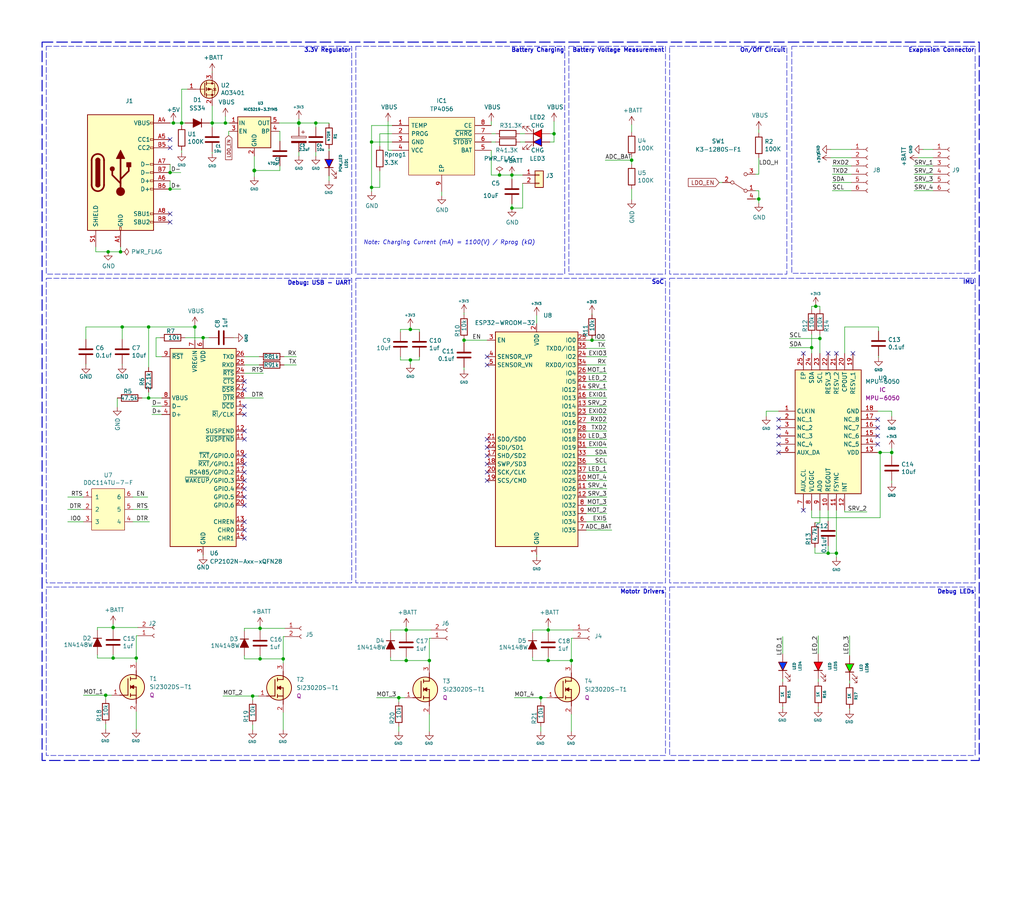
<source format=kicad_sch>
(kicad_sch (version 20231120) (generator "eeschema") (generator_version "8.0")
  (paper "User" 315.011 280.01)
  (title_block (title "ESP Drone") (date "2025-03-15") (rev "1.42b") (company "OMKAR") (comment 1 " Semicon Media Pvt Ltd"))
  (lib_symbols
    (symbol "1N4148W_1" (pin_numbers hide) (pin_names hide)
      (property "Reference" "D2" (at -1.27 -4.572 90))
      (property "Value" "1N4148W" (at 0.762 -10.414 90))
      (symbol "1N4148W_1_1_1"
        (pin passive line (at -3.81 0 0) (length 2.54) (name "K") (number "1"))
        (pin passive line (at 3.81 0 180) (length 2.54) (name "A") (number "2"))
      )
    )
    (symbol "1N4148W_2" (pin_numbers hide) (pin_names hide)
      (property "Reference" "D3" (at -1.27 -4.572 90))
      (property "Value" "1N4148W" (at 0.762 -10.414 90))
      (symbol "1N4148W_2_1_1"
        (pin passive line (at -3.81 0 0) (length 2.54) (name "K") (number "1"))
        (pin passive line (at 3.81 0 180) (length 2.54) (name "A") (number "2"))
      )
    )
    (symbol "1N4148W_3" (pin_numbers hide) (pin_names hide)
      (property "Reference" "D4" (at -1.27 -4.572 90))
      (property "Value" "1N4148W" (at 0.762 -10.414 90))
      (symbol "1N4148W_3_1_1"
        (pin passive line (at -3.81 0 0) (length 2.54) (name "K") (number "1"))
        (pin passive line (at 3.81 0 180) (length 2.54) (name "A") (number "2"))
      )
    )
    (symbol "Connector:Conn_01x02_Female" (pin_names (offset 1.016) hide)
      (property "Reference" "J" (at 0 2.54 0))
      (property "Value" "Conn_01x02_Female" (at 0 -5.08 0))
      (symbol "Conn_01x02_Female_1_1"
        (pin passive line (at -5.08 0 0) (length 3.81) (name "Pin_1") (number "1"))
        (pin passive line (at -5.08 -2.54 0) (length 3.81) (name "Pin_2") (number "2"))
      )
    )
    (symbol "Connector:Conn_01x06_Female" (pin_names (offset 1.016) hide)
      (property "Reference" "J" (at 0 7.62 0))
      (property "Value" "Conn_01x06_Female" (at 0 -10.16 0))
      (symbol "Conn_01x06_Female_1_1"
        (pin passive line (at -5.08 5.08 0) (length 3.81) (name "Pin_1") (number "1"))
        (pin passive line (at -5.08 2.54 0) (length 3.81) (name "Pin_2") (number "2"))
        (pin passive line (at -5.08 0 0) (length 3.81) (name "Pin_3") (number "3"))
        (pin passive line (at -5.08 -2.54 0) (length 3.81) (name "Pin_4") (number "4"))
        (pin passive line (at -5.08 -5.08 0) (length 3.81) (name "Pin_5") (number "5"))
        (pin passive line (at -5.08 -7.62 0) (length 3.81) (name "Pin_6") (number "6"))
      )
    )
    (symbol "Connector_Generic:Conn_01x02" (pin_names (offset 1.016) hide)
      (property "Reference" "J" (at 0 2.54 0))
      (property "Value" "Conn_01x02" (at 0 -5.08 0))
      (symbol "Conn_01x02_1_1"
        (pin passive line (at -5.08 0 0) (length 3.81) (name "Pin_1") (number "1"))
        (pin passive line (at -5.08 -2.54 0) (length 3.81) (name "Pin_2") (number "2"))
      )
    )
    (symbol "Device:C" (pin_numbers hide) (pin_names (offset 0.254))
      (property "Reference" "C" (at 0.635 2.54 0))
      (property "Value" "C" (at 0.635 -2.54 0))
      (symbol "C_1_1"
        (pin passive line (at 0 3.81 270) (length 2.794) (name "~") (number "1"))
        (pin passive line (at 0 -3.81 90) (length 2.794) (name "~") (number "2"))
      )
    )
    (symbol "Device:C_Polarized" (pin_numbers hide) (pin_names (offset 0.254))
      (property "Reference" "C" (at 0.635 2.54 0))
      (property "Value" "C_Polarized" (at 0.635 -2.54 0))
      (symbol "C_Polarized_1_1"
        (pin passive line (at 0 3.81 270) (length 2.794) (name "~") (number "1"))
        (pin passive line (at 0 -3.81 90) (length 2.794) (name "~") (number "2"))
      )
    )
    (symbol "Device:LED" (pin_numbers hide) (pin_names (offset 1.016) hide)
      (property "Reference" "LED1" (at 0.0635 -5.334 0))
      (property "Value" "POW_LED" (at 0.0635 -3.556 0))
      (symbol "LED_1_1"
        (pin passive line (at -3.81 0 0) (length 2.54) (name "K") (number "1"))
        (pin passive line (at 3.81 0 180) (length 2.54) (name "A") (number "2"))
      )
    )
    (symbol "Device:R" (pin_numbers hide) (pin_names (offset 0))
      (property "Reference" "R" (at 2.032 0 90))
      (property "Value" "R" (at 0 0 90))
      (symbol "R_1_1"
        (pin passive line (at 0 3.81 270) (length 1.27) (name "~") (number "1"))
        (pin passive line (at 0 -3.81 90) (length 1.27) (name "~") (number "2"))
      )
    )
    (symbol "Diode:1N4148W" (pin_numbers hide) (pin_names hide)
      (property "Reference" "D5" (at -1.27 -4.572 90))
      (property "Value" "1N4148W" (at 0.762 -10.414 90))
      (symbol "1N4148W_1_1"
        (pin passive line (at -3.81 0 0) (length 2.54) (name "K") (number "1"))
        (pin passive line (at 3.81 0 180) (length 2.54) (name "A") (number "2"))
      )
    )
    (symbol "Diode:US1A" (pin_numbers hide) (pin_names (offset 1.016) hide)
      (property "Reference" "D1" (at 0 -7.112 0))
      (property "Value" "SS34" (at 0 -4.572 0))
      (symbol "US1A_1_1"
        (pin passive line (at -3.81 0 0) (length 2.54) (name "K") (number "1"))
        (pin passive line (at 3.81 0 180) (length 2.54) (name "A") (number "2"))
      )
    )
    (symbol "ESP32_TouchDown:DMG3415U-7" (pin_names (offset 0) hide)
      (property "Reference" "U2" (at 5.1816 1.1684 0))
      (property "Value" "AO3401" (at 5.1816 -1.143 0))
      (symbol "DMG3415U-7_1_1"
        (pin input line (at -5.08 0 0) (length 2.54) (name "G") (number "1"))
        (pin passive line (at 2.54 -5.08 90) (length 2.54) (name "S") (number "2"))
        (pin passive line (at 2.54 5.08 270) (length 2.54) (name "D") (number "3"))
      )
    )
    (symbol "Interface_USB:CP2102N-Axx-xQFN28"
      (property "Reference" "U" (at -8.89 31.75 0))
      (property "Value" "CP2102N-Axx-xQFN28" (at 12.7 31.75 0))
      (symbol "CP2102N-Axx-xQFN28_1_1"
        (pin input line (at 12.7 12.7 180) (length 2.54) (name "~{DCD}") (number "1"))
        (pin no_connect line (at -10.16 -27.94 0) (length 2.54) hide (name "NC") (number "10"))
        (pin output line (at 12.7 2.54 180) (length 2.54) (name "~{SUSPEND}") (number "11"))
        (pin output line (at 12.7 5.08 180) (length 2.54) (name "SUSPEND") (number "12"))
        (pin output line (at 12.7 -22.86 180) (length 2.54) (name "CHREN") (number "13"))
        (pin output line (at 12.7 -27.94 180) (length 2.54) (name "CHR1") (number "14"))
        (pin output line (at 12.7 -25.4 180) (length 2.54) (name "CHR0") (number "15"))
        (pin bidirectional line (at 12.7 -10.16 180) (length 2.54) (name "~{WAKEUP}/GPIO.3") (number "16"))
        (pin bidirectional line (at 12.7 -7.62 180) (length 2.54) (name "RS485/GPIO.2") (number "17"))
        (pin bidirectional line (at 12.7 -5.08 180) (length 2.54) (name "~{RXT}/GPIO.1") (number "18"))
        (pin bidirectional line (at 12.7 -2.54 180) (length 2.54) (name "~{TXT}/GPIO.0") (number "19"))
        (pin bidirectional line (at 12.7 10.16 180) (length 2.54) (name "~{RI}/CLK") (number "2"))
        (pin bidirectional line (at 12.7 -17.78 180) (length 2.54) (name "GPIO.6") (number "20"))
        (pin bidirectional line (at 12.7 -15.24 180) (length 2.54) (name "GPIO.5") (number "21"))
        (pin bidirectional line (at 12.7 -12.7 180) (length 2.54) (name "GPIO.4") (number "22"))
        (pin input line (at 12.7 20.32 180) (length 2.54) (name "~{CTS}") (number "23"))
        (pin output line (at 12.7 22.86 180) (length 2.54) (name "~{RTS}") (number "24"))
        (pin input line (at 12.7 25.4 180) (length 2.54) (name "RXD") (number "25"))
        (pin output line (at 12.7 27.94 180) (length 2.54) (name "TXD") (number "26"))
        (pin input line (at 12.7 17.78 180) (length 2.54) (name "~{DSR}") (number "27"))
        (pin output line (at 12.7 15.24 180) (length 2.54) (name "~{DTR}") (number "28"))
        (pin passive line (at 0 -33.02 90) (length 2.54) hide (name "GND") (number "29"))
        (pin power_in line (at 0 -33.02 90) (length 2.54) (name "GND") (number "3"))
        (pin bidirectional line (at -12.7 10.16 0) (length 2.54) (name "D+") (number "4"))
        (pin bidirectional line (at -12.7 12.7 0) (length 2.54) (name "D-") (number "5"))
        (pin power_in line (at 0 33.02 270) (length 2.54) (name "VDD") (number "6"))
        (pin power_in line (at -2.54 33.02 270) (length 2.54) (name "VREGIN") (number "7"))
        (pin input line (at -12.7 15.24 0) (length 2.54) (name "VBUS") (number "8"))
        (pin input line (at -12.7 27.94 0) (length 2.54) (name "~{RST}") (number "9"))
      )
    )
    (symbol "LED_1" (pin_numbers hide) (pin_names (offset 1.016) hide)
      (property "Reference" "LED4" (at 0.0635 -5.334 0))
      (property "Value" "LED" (at 0.0635 -3.556 0))
      (symbol "LED_1_1_1"
        (pin passive line (at -3.81 0 0) (length 2.54) (name "K") (number "1"))
        (pin passive line (at 3.81 0 180) (length 2.54) (name "A") (number "2"))
      )
    )
    (symbol "LED_2" (pin_numbers hide) (pin_names (offset 1.016) hide)
      (property "Reference" "LED5" (at 0.0635 -5.334 0))
      (property "Value" "LED" (at 0.0635 -3.556 0))
      (symbol "LED_2_1_1"
        (pin passive line (at -3.81 0 0) (length 2.54) (name "K") (number "1"))
        (pin passive line (at 3.81 0 180) (length 2.54) (name "A") (number "2"))
      )
    )
    (symbol "LED_3" (pin_numbers hide) (pin_names (offset 1.016) hide)
      (property "Reference" "LED6" (at 0.0635 -5.334 0))
      (property "Value" "LED" (at 0.0635 -3.556 0))
      (symbol "LED_3_1_1"
        (pin passive line (at -3.81 0 0) (length 2.54) (name "K") (number "1"))
        (pin passive line (at 3.81 0 180) (length 2.54) (name "A") (number "2"))
      )
    )
    (symbol "LED_4" (pin_numbers hide) (pin_names (offset 1.016) hide)
      (property "Reference" "LED2" (at 0 -5.08 0))
      (property "Value" "CHG" (at 0 -2.54 0))
      (symbol "LED_4_1_1"
        (pin passive line (at -3.81 0 0) (length 2.54) (name "K") (number "1"))
        (pin passive line (at 3.81 0 180) (length 2.54) (name "A") (number "2"))
      )
    )
    (symbol "LED_5" (pin_numbers hide) (pin_names (offset 1.016) hide)
      (property "Reference" "LED3" (at 0 -5.08 0))
      (property "Value" "CHG" (at 0 -2.54 0))
      (symbol "LED_5_1_1"
        (pin passive line (at -3.81 0 0) (length 2.54) (name "K") (number "1"))
        (pin passive line (at 3.81 0 180) (length 2.54) (name "A") (number "2"))
      )
    )
    (symbol "MPU-6050:MPU-6050"
      (property "Value" "MPU-6050" (at 0 0 0))
      (property "Reference_1" "IC" (at 26.67 17.78 0))
      (property "Value_1" "MPU-6050" (at 26.67 15.24 0))
      (symbol "MPU-6050_1_1"
        (pin passive line (at 0 0 0) (length 5.08) (name "CLKIN") (number "1"))
        (pin passive line (at 15.24 -30.48 90) (length 5.08) (name "REGOUT") (number "10"))
        (pin passive line (at 17.78 -30.48 90) (length 5.08) (name "FSYNC") (number "11"))
        (pin passive line (at 20.32 -30.48 90) (length 5.08) (name "INT") (number "12"))
        (pin passive line (at 30.48 -12.7 180) (length 5.08) (name "VDD") (number "13"))
        (pin passive line (at 30.48 -10.16 180) (length 5.08) (name "NC_5") (number "14"))
        (pin passive line (at 30.48 -7.62 180) (length 5.08) (name "NC_6") (number "15"))
        (pin passive line (at 30.48 -5.08 180) (length 5.08) (name "NC_7") (number "16"))
        (pin passive line (at 30.48 -2.54 180) (length 5.08) (name "NC_8") (number "17"))
        (pin passive line (at 30.48 0 180) (length 5.08) (name "GND") (number "18"))
        (pin passive line (at 22.86 17.78 270) (length 5.08) (name "RESV_1") (number "19"))
        (pin passive line (at 0 -2.54 0) (length 5.08) (name "NC_1") (number "2"))
        (pin passive line (at 20.32 17.78 270) (length 5.08) (name "CPOUT") (number "20"))
        (pin passive line (at 17.78 17.78 270) (length 5.08) (name "RESV_2") (number "21"))
        (pin passive line (at 15.24 17.78 270) (length 5.08) (name "RESV_3") (number "22"))
        (pin passive line (at 12.7 17.78 270) (length 5.08) (name "SCL") (number "23"))
        (pin passive line (at 10.16 17.78 270) (length 5.08) (name "SDA") (number "24"))
        (pin passive line (at 7.62 17.78 270) (length 5.08) (name "EP") (number "25"))
        (pin passive line (at 0 -5.08 0) (length 5.08) (name "NC_2") (number "3"))
        (pin passive line (at 0 -7.62 0) (length 5.08) (name "NC_3") (number "4"))
        (pin passive line (at 0 -10.16 0) (length 5.08) (name "NC_4") (number "5"))
        (pin passive line (at 0 -12.7 0) (length 5.08) (name "AUX_DA") (number "6"))
        (pin passive line (at 7.62 -30.48 90) (length 5.08) (name "AUX_CL") (number "7"))
        (pin passive line (at 10.16 -30.48 90) (length 5.08) (name "VLOGIC") (number "8"))
        (pin passive line (at 12.7 -30.48 90) (length 5.08) (name "AD0") (number "9"))
      )
    )
    (symbol "RF_Module:ESP32-WROOM-32"
      (property "Reference" "U" (at -12.7 34.29 0))
      (property "Value" "ESP32-WROOM-32" (at 1.27 34.29 0))
      (symbol "ESP32-WROOM-32_1_1"
        (pin power_in line (at 0 -35.56 90) (length 2.54) (name "GND") (number "1"))
        (pin bidirectional line (at 15.24 -12.7 180) (length 2.54) (name "IO25") (number "10"))
        (pin bidirectional line (at 15.24 -15.24 180) (length 2.54) (name "IO26") (number "11"))
        (pin bidirectional line (at 15.24 -17.78 180) (length 2.54) (name "IO27") (number "12"))
        (pin bidirectional line (at 15.24 10.16 180) (length 2.54) (name "IO14") (number "13"))
        (pin bidirectional line (at 15.24 15.24 180) (length 2.54) (name "IO12") (number "14"))
        (pin passive line (at 0 -35.56 90) (length 2.54) hide (name "GND") (number "15"))
        (pin bidirectional line (at 15.24 12.7 180) (length 2.54) (name "IO13") (number "16"))
        (pin bidirectional line (at -15.24 -5.08 0) (length 2.54) (name "SHD/SD2") (number "17"))
        (pin bidirectional line (at -15.24 -7.62 0) (length 2.54) (name "SWP/SD3") (number "18"))
        (pin bidirectional line (at -15.24 -12.7 0) (length 2.54) (name "SCS/CMD") (number "19"))
        (pin power_in line (at 0 35.56 270) (length 2.54) (name "VDD") (number "2"))
        (pin bidirectional line (at -15.24 -10.16 0) (length 2.54) (name "SCK/CLK") (number "20"))
        (pin bidirectional line (at -15.24 0 0) (length 2.54) (name "SDO/SD0") (number "21"))
        (pin bidirectional line (at -15.24 -2.54 0) (length 2.54) (name "SDI/SD1") (number "22"))
        (pin bidirectional line (at 15.24 7.62 180) (length 2.54) (name "IO15") (number "23"))
        (pin bidirectional line (at 15.24 25.4 180) (length 2.54) (name "IO2") (number "24"))
        (pin bidirectional line (at 15.24 30.48 180) (length 2.54) (name "IO0") (number "25"))
        (pin bidirectional line (at 15.24 20.32 180) (length 2.54) (name "IO4") (number "26"))
        (pin bidirectional line (at 15.24 5.08 180) (length 2.54) (name "IO16") (number "27"))
        (pin bidirectional line (at 15.24 2.54 180) (length 2.54) (name "IO17") (number "28"))
        (pin bidirectional line (at 15.24 17.78 180) (length 2.54) (name "IO5") (number "29"))
        (pin input line (at -15.24 30.48 0) (length 2.54) (name "EN") (number "3"))
        (pin bidirectional line (at 15.24 0 180) (length 2.54) (name "IO18") (number "30"))
        (pin bidirectional line (at 15.24 -2.54 180) (length 2.54) (name "IO19") (number "31"))
        (pin no_connect line (at -12.7 -27.94 0) (length 2.54) hide (name "NC") (number "32"))
        (pin bidirectional line (at 15.24 -5.08 180) (length 2.54) (name "IO21") (number "33"))
        (pin bidirectional line (at 15.24 22.86 180) (length 2.54) (name "RXD0/IO3") (number "34"))
        (pin bidirectional line (at 15.24 27.94 180) (length 2.54) (name "TXD0/IO1") (number "35"))
        (pin bidirectional line (at 15.24 -7.62 180) (length 2.54) (name "IO22") (number "36"))
        (pin bidirectional line (at 15.24 -10.16 180) (length 2.54) (name "IO23") (number "37"))
        (pin passive line (at 0 -35.56 90) (length 2.54) hide (name "GND") (number "38"))
        (pin passive line (at 0 -35.56 90) (length 2.54) hide (name "GND") (number "39"))
        (pin input line (at -15.24 25.4 0) (length 2.54) (name "SENSOR_VP") (number "4"))
        (pin input line (at -15.24 22.86 0) (length 2.54) (name "SENSOR_VN") (number "5"))
        (pin input line (at 15.24 -25.4 180) (length 2.54) (name "IO34") (number "6"))
        (pin input line (at 15.24 -27.94 180) (length 2.54) (name "IO35") (number "7"))
        (pin bidirectional line (at 15.24 -20.32 180) (length 2.54) (name "IO32") (number "8"))
        (pin bidirectional line (at 15.24 -22.86 180) (length 2.54) (name "IO33") (number "9"))
      )
    )
    (symbol "Regulator_Linear:MIC5219-3.3YM5" (pin_names (offset 0.254))
      (property "Reference" "U" (at -3.81 5.715 0))
      (property "Value" "MIC5219-3.3YM5" (at 0 5.715 0))
      (symbol "MIC5219-3.3YM5_1_1"
        (pin power_in line (at -7.62 2.54 0) (length 2.54) (name "IN") (number "1"))
        (pin power_in line (at 0 -7.62 90) (length 2.54) (name "GND") (number "2"))
        (pin input line (at -7.62 0 0) (length 2.54) (name "EN") (number "3"))
        (pin input line (at 7.62 0 180) (length 2.54) (name "BP") (number "4"))
        (pin power_out line (at 7.62 2.54 180) (length 2.54) (name "OUT") (number "5"))
      )
    )
    (symbol "SI2302DS-T1:SI2302DS-T1" (pin_names hide)
      (property "Reference" "T4" (at 11.684 5.0801 0))
      (property "Value" "SI2302DS-T1" (at 11.684 2.5401 0))
      (property "Reference_1" "Q" (at 11.684 0.0001 0))
      (symbol "SI2302DS-T1_1_1"
        (pin passive line (at 0 0 0) (length 2.54) (name "G") (number "1"))
        (pin passive line (at 7.62 -5.08 90) (length 2.54) (name "S") (number "2"))
        (pin passive line (at 7.62 10.16 270) (length 2.54) (name "D") (number "3"))
      )
    )
    (symbol "SI2302DS-T1_1" (pin_names hide)
      (property "Reference" "T1" (at 11.684 5.0801 0))
      (property "Value" "SI2302DS-T1" (at 11.684 2.5401 0))
      (property "Reference_1" "Q" (at 11.684 0.0001 0))
      (symbol "SI2302DS-T1_1_1_1"
        (pin passive line (at 0 0 0) (length 2.54) (name "G") (number "1"))
        (pin passive line (at 7.62 -5.08 90) (length 2.54) (name "S") (number "2"))
        (pin passive line (at 7.62 10.16 270) (length 2.54) (name "D") (number "3"))
      )
    )
    (symbol "SI2302DS-T1_2" (pin_names hide)
      (property "Reference" "T2" (at 11.684 5.0801 0))
      (property "Value" "SI2302DS-T1" (at 11.684 2.5401 0))
      (property "Reference_1" "Q" (at 11.684 0.0001 0))
      (symbol "SI2302DS-T1_2_1_1"
        (pin passive line (at 0 0 0) (length 2.54) (name "G") (number "1"))
        (pin passive line (at 7.62 -5.08 90) (length 2.54) (name "S") (number "2"))
        (pin passive line (at 7.62 10.16 270) (length 2.54) (name "D") (number "3"))
      )
    )
    (symbol "SI2302DS-T1_3" (pin_names hide)
      (property "Reference" "T3" (at 11.684 5.0801 0))
      (property "Value" "SI2302DS-T1" (at 11.684 2.5401 0))
      (property "Reference_1" "Q" (at 11.684 0.0001 0))
      (symbol "SI2302DS-T1_3_1_1"
        (pin passive line (at 0 0 0) (length 2.54) (name "G") (number "1"))
        (pin passive line (at 7.62 -5.08 90) (length 2.54) (name "S") (number "2"))
        (pin passive line (at 7.62 10.16 270) (length 2.54) (name "D") (number "3"))
      )
    )
    (symbol "Switch:SW_SPDT" (pin_names (offset 0) hide)
      (property "Reference" "SW3" (at -6.35 -12.7 0))
      (property "Value" "K3-1280S-F1 " (at -6.35 -10.16 0))
      (symbol "SW_SPDT_1_1"
        (pin passive line (at 5.08 2.54 180) (length 2.54) (name "A") (number "1"))
        (pin passive line (at -5.08 0 0) (length 2.54) (name "B") (number "2"))
        (pin passive line (at 5.08 -2.54 180) (length 2.54) (name "C") (number "3"))
        (pin input line (at 5.08 5.08 180) (length 2.54) (name "4") (number "4"))
      )
    )
    (symbol "TP4056-42-ESOP8:TP4056-42-ESOP8" (pin_names (offset 0.762))
      (property "Reference" "IC?" (at 15.24 7.62 0))
      (property "Value" "TP4056" (at 15.24 5.08 0))
      (symbol "TP4056-42-ESOP8_0_0"
        (pin passive line (at 0 0 0) (length 5.08) (name "TEMP") (number "1"))
        (pin passive line (at 0 -2.54 0) (length 5.08) (name "PROG") (number "2"))
        (pin passive line (at 0 -5.08 0) (length 5.08) (name "GND") (number "3"))
        (pin passive line (at 0 -7.62 0) (length 5.08) (name "VCC") (number "4"))
        (pin passive line (at 30.48 -7.62 180) (length 5.08) (name "BAT") (number "5"))
        (pin passive line (at 30.48 -5.08 180) (length 5.08) (name "~{STDBY}") (number "6"))
        (pin passive line (at 30.48 -2.54 180) (length 5.08) (name "~{CHRG}") (number "7"))
        (pin passive line (at 30.48 0 180) (length 5.08) (name "CE") (number "8"))
        (pin passive line (at 15.24 -20.32 90) (length 5.08) (name "EP") (number "9"))
      )
    )
    (symbol "downloader-rescue:DDC114TU-7-F-my" (pin_names (offset 1.016))
      (property "Reference" "U7" (at 0 10.541 0))
      (property "Value" "DDC114TU-7-F" (at 0 8.2296 0))
      (symbol "DDC114TU-7-F-my_1_1"
        (pin passive line (at -7.62 3.81 0) (length 2.54) (name "1") (number "1"))
        (pin passive line (at -7.62 0 0) (length 2.54) (name "2") (number "2"))
        (pin passive line (at -7.62 -3.81 0) (length 2.54) (name "3") (number "3"))
        (pin passive line (at 7.62 -3.81 180) (length 2.54) (name "4") (number "4"))
        (pin passive line (at 7.62 0 180) (length 2.54) (name "5") (number "5"))
        (pin passive line (at 7.62 3.81 180) (length 2.54) (name "6") (number "6"))
      )
    )
    (symbol "downloader-rescue:USB_C_Receptacle_USB2.0-Connector" (pin_names (offset 1.016))
      (property "Reference" "J" (at -10.16 19.05 0))
      (property "Value" "USB_C_Receptacle_USB2.0-Connector" (at 19.05 19.05 0))
      (symbol "USB_C_Receptacle_USB2.0-Connector_1_1"
        (pin power_in line (at 0 -22.86 90) (length 5.08) (name "GND") (number "A1"))
        (pin passive line (at 0 -22.86 90) (length 5.08) hide (name "GND") (number "A12"))
        (pin power_in line (at 15.24 15.24 180) (length 5.08) (name "VBUS") (number "A4"))
        (pin bidirectional line (at 15.24 10.16 180) (length 5.08) (name "CC1") (number "A5"))
        (pin bidirectional line (at 15.24 -2.54 180) (length 5.08) (name "D+") (number "A6"))
        (pin bidirectional line (at 15.24 2.54 180) (length 5.08) (name "D-") (number "A7"))
        (pin bidirectional line (at 15.24 -12.7 180) (length 5.08) (name "SBU1") (number "A8"))
        (pin passive line (at 15.24 15.24 180) (length 5.08) hide (name "VBUS") (number "A9"))
        (pin passive line (at 0 -22.86 90) (length 5.08) hide (name "GND") (number "B1"))
        (pin passive line (at 0 -22.86 90) (length 5.08) hide (name "GND") (number "B12"))
        (pin passive line (at 15.24 15.24 180) (length 5.08) hide (name "VBUS") (number "B4"))
        (pin bidirectional line (at 15.24 7.62 180) (length 5.08) (name "CC2") (number "B5"))
        (pin bidirectional line (at 15.24 -5.08 180) (length 5.08) (name "D+") (number "B6"))
        (pin bidirectional line (at 15.24 0 180) (length 5.08) (name "D-") (number "B7"))
        (pin bidirectional line (at 15.24 -15.24 180) (length 5.08) (name "SBU2") (number "B8"))
        (pin passive line (at 15.24 15.24 180) (length 5.08) hide (name "VBUS") (number "B9"))
        (pin passive line (at -7.62 -22.86 90) (length 5.08) (name "SHIELD") (number "S1"))
      )
    )
    (symbol "power:+3V3" (power) (pin_names (offset 0))
      (property "Value" "+3V3" (at 0 3.556 0))
      (symbol "+3V3_1_1"
        (pin power_in line (at 0 0 90) (length 0) hide (name "+3V3") (number "1"))
      )
    )
    (symbol "power:+5V" (power) (pin_names (offset 0))
      (property "Value" "+5V" (at 0 3.556 0))
      (symbol "+5V_1_1"
        (pin power_in line (at 0 0 90) (length 0) hide (name "+5V") (number "1"))
      )
    )
    (symbol "power:+BATT" (power) (pin_names (offset 0))
      (property "Value" "+BATT" (at 0 3.556 0))
      (symbol "+BATT_1_1"
        (pin power_in line (at 0 0 90) (length 0) hide (name "+BATT") (number "1"))
      )
    )
    (symbol "power:GND" (power) (pin_names (offset 0))
      (property "Value" "GND" (at 0 -3.81 0))
      (symbol "GND_1_1"
        (pin power_in line (at 0 0 270) (length 0) hide (name "GND") (number "1"))
      )
    )
    (symbol "power:PWR_FLAG" (power) (pin_numbers hide) (pin_names (offset 0) hide)
      (property "Value" "PWR_FLAG" (at 0 3.81 0))
      (symbol "PWR_FLAG_0_0"
        (pin power_out line (at 0 0 90) (length 0) (name "pwr") (number "1"))
      )
    )
    (symbol "power:VBUS" (power) (pin_names (offset 0))
      (property "Value" "VBUS" (at 0 3.81 0))
      (symbol "VBUS_1_1"
        (pin power_in line (at 0 0 90) (length 0) hide (name "VBUS") (number "1"))
      )
    )
  )
  (junction (at 32.512 213.868))
  (junction (at 132.08 203.2))
  (junction (at 168.656 193.802))
  (junction (at 62.484 103.886))
  (junction (at 33.274 77.47))
  (junction (at 37.084 77.47))
  (junction (at 182.118 104.648))
  (junction (at 45.72 122.428))
  (junction (at 274.32 139.192))
  (junction (at 80.01 193.294))
  (junction (at 78.232 52.451) (diameter 1.016))
  (junction (at 170.434 41.148))
  (junction (at 166.37 214.63))
  (junction (at 52.324 53.086))
  (junction (at 41.91 202.438))
  (junction (at 97.155 37.846))
  (junction (at 55.88 37.846))
  (junction (at 194.31 49.276))
  (junction (at 124.968 203.2))
  (junction (at 270.764 139.192))
  (junction (at 175.768 203.2))
  (junction (at 252.222 104.14))
  (junction (at 153.67 53.848))
  (junction (at 91.948 37.846) (diameter 1.016))
  (junction (at 124.968 193.802))
  (junction (at 233.426 61.214))
  (junction (at 114.3 43.688))
  (junction (at 34.798 193.04))
  (junction (at 65.278 37.846))
  (junction (at 126.238 101.346))
  (junction (at 69.342 37.846))
  (junction (at 257.302 170.18))
  (junction (at 114.3 57.658))
  (junction (at 168.656 203.2))
  (junction (at 80.01 202.692))
  (junction (at 142.748 104.648))
  (junction (at 249.682 106.934))
  (junction (at 254.762 170.18))
  (junction (at 53.34 37.846))
  (junction (at 37.592 100.584))
  (junction (at 157.48 53.848))
  (junction (at 122.682 214.63))
  (junction (at 250.952 94.234))
  (junction (at 45.72 100.584))
  (junction (at 87.122 202.692))
  (junction (at 34.798 202.438))
  (junction (at 59.944 100.584))
  (junction (at 157.48 64.008))
  (junction (at 52.324 58.166))
  (junction (at 126.238 110.744))
  (junction (at 77.724 214.122))
  (no_connect (at 75.184 140.208))
  (no_connect (at 239.522 139.192))
  (no_connect (at 149.86 137.668))
  (no_connect (at 75.184 119.888))
  (no_connect (at 52.324 42.926))
  (no_connect (at 247.142 156.972))
  (no_connect (at 75.184 147.828))
  (no_connect (at 262.382 108.712))
  (no_connect (at 75.184 145.288))
  (no_connect (at 52.324 65.786))
  (no_connect (at 149.86 147.828))
  (no_connect (at 270.002 136.652))
  (no_connect (at 239.522 134.112))
  (no_connect (at 75.184 127.508))
  (no_connect (at 257.302 108.712))
  (no_connect (at 75.184 163.068))
  (no_connect (at 75.184 132.588))
  (no_connect (at 75.184 155.448))
  (no_connect (at 75.184 165.608))
  (no_connect (at 75.184 160.528))
  (no_connect (at 52.324 68.326))
  (no_connect (at 149.86 109.728))
  (no_connect (at 52.324 45.466))
  (no_connect (at 149.86 112.268))
  (no_connect (at 75.184 135.128))
  (no_connect (at 149.86 135.128))
  (no_connect (at 270.002 129.032))
  (no_connect (at 75.184 150.368))
  (no_connect (at 149.86 145.288))
  (no_connect (at 149.86 142.748))
  (no_connect (at 75.184 142.748))
  (no_connect (at 239.522 131.572))
  (no_connect (at 270.002 131.572))
  (no_connect (at 247.142 108.712))
  (no_connect (at 149.86 140.208))
  (no_connect (at 75.184 152.908))
  (no_connect (at 254.762 108.712))
  (no_connect (at 239.522 129.032))
  (no_connect (at 75.184 117.348))
  (no_connect (at 239.522 136.652))
  (no_connect (at 75.184 124.968))
  (no_connect (at 270.002 134.112))
  (wire (pts (xy 62.484 170.942) (xy 62.484 170.688)))
  (wire (pts (xy 41.91 195.58) (xy 41.91 202.438)))
  (wire (pts (xy 78.232 52.451) (xy 78.232 54.356)))
  (wire (pts (xy 186.69 157.988) (xy 180.34 157.988)))
  (wire (pts (xy 86.106 43.434) (xy 86.106 40.386)))
  (wire (pts (xy 256.032 53.594) (xy 261.874 53.594)))
  (wire (pts (xy 34.798 193.04) (xy 34.798 193.802)))
  (wire (pts (xy 116.84 57.658) (xy 114.3 57.658)))
  (wire (pts (xy 194.31 38.354) (xy 194.31 40.64)))
  (wire (pts (xy 48.006 109.728) (xy 49.784 109.728)))
  (wire (pts (xy 249.682 159.258) (xy 270.764 159.258)))
  (wire (pts (xy 252.222 108.712) (xy 252.222 104.14)))
  (wire (pts (xy 87.122 224.536) (xy 87.122 219.202)))
  (wire (pts (xy 240.792 195.834) (xy 240.792 201.168)))
  (wire (pts (xy 281.178 56.134) (xy 287.02 56.134)))
  (wire (pts (xy 186.182 104.648) (xy 182.118 104.648)))
  (wire (pts (xy 160.782 64.008) (xy 157.48 64.008)))
  (wire (pts (xy 251.714 208.788) (xy 251.714 209.804)))
  (wire (pts (xy 126.238 100.584) (xy 126.238 101.346)))
  (wire (pts (xy 168.656 203.2) (xy 163.83 203.2)))
  (wire (pts (xy 257.302 156.972) (xy 257.302 170.18)))
  (wire (pts (xy 163.83 193.802) (xy 163.83 194.564)))
  (wire (pts (xy 182.118 104.648) (xy 180.34 104.648)))
  (wire (pts (xy 57.658 27.432) (xy 55.88 27.432)))
  (wire (pts (xy 81.026 122.428) (xy 75.184 122.428)))
  (wire (pts (xy 186.69 150.368) (xy 180.34 150.368)))
  (wire (pts (xy 182.118 96.52) (xy 182.118 96.774)))
  (wire (pts (xy 77.724 214.122) (xy 77.724 215.392)))
  (wire (pts (xy 251.714 195.58) (xy 251.714 201.168)))
  (wire (pts (xy 186.69 135.128) (xy 180.34 135.128)))
  (wire (pts (xy 116.84 52.578) (xy 116.84 57.658)))
  (wire (pts (xy 123.19 110.744) (xy 126.238 110.744)))
  (wire (pts (xy 157.48 53.848) (xy 157.48 55.118)))
  (wire (pts (xy 186.182 49.276) (xy 194.31 49.276)))
  (wire (pts (xy 126.238 101.346) (xy 129.032 101.346)))
  (wire (pts (xy 114.3 38.608) (xy 114.3 43.688)))
  (wire (pts (xy 186.436 112.268) (xy 180.34 112.268)))
  (wire (pts (xy 165.1 97.028) (xy 165.1 99.568)))
  (wire (pts (xy 259.842 156.972) (xy 259.842 157.48)))
  (wire (pts (xy 40.894 160.528) (xy 45.974 160.528)))
  (wire (pts (xy 25.654 152.908) (xy 20.828 152.908)))
  (wire (pts (xy 29.972 193.04) (xy 34.798 193.04)))
  (wire (pts (xy 78.232 48.006) (xy 78.232 52.451)))
  (wire (pts (xy 65.278 37.846) (xy 69.342 37.846)))
  (wire (pts (xy 170.434 41.148) (xy 170.434 43.688)))
  (wire (pts (xy 64.262 103.886) (xy 62.484 103.886)))
  (wire (pts (xy 249.682 156.972) (xy 249.682 159.258)))
  (wire (pts (xy 240.792 208.788) (xy 240.792 209.804)))
  (wire (pts (xy 55.88 37.846) (xy 56.896 37.846)))
  (wire (pts (xy 120.142 193.802) (xy 120.142 194.564)))
  (wire (pts (xy 37.592 100.584) (xy 45.72 100.584)))
  (wire (pts (xy 55.88 46.99) (xy 55.88 46.228)))
  (wire (pts (xy 37.084 77.47) (xy 33.274 77.47)))
  (wire (pts (xy 157.48 53.848) (xy 160.782 53.848)))
  (wire (pts (xy 124.968 193.802) (xy 132.588 193.802)))
  (wire (pts (xy 91.948 46.736) (xy 91.948 48.006)))
  (wire (pts (xy 186.69 114.808) (xy 180.34 114.808)))
  (wire (pts (xy 80.01 193.294) (xy 80.01 194.056)))
  (wire (pts (xy 101.219 38.1) (xy 101.219 37.846)))
  (wire (pts (xy 87.122 195.834) (xy 87.63 195.834)))
  (wire (pts (xy 194.31 48.26) (xy 194.31 49.276)))
  (wire (pts (xy 34.29 213.868) (xy 32.512 213.868)))
  (wire (pts (xy 160.02 43.688) (xy 161.544 43.688)))
  (wire (pts (xy 37.592 112.268) (xy 37.592 112.014)))
  (wire (pts (xy 36.068 125.222) (xy 36.068 122.428)))
  (wire (pts (xy 49.276 103.886) (xy 48.006 103.886)))
  (wire (pts (xy 176.276 193.802) (xy 168.656 193.802)))
  (wire (pts (xy 79.502 214.122) (xy 77.724 214.122)))
  (wire (pts (xy 132.08 203.2) (xy 132.08 204.47)))
  (wire (pts (xy 186.69 160.528) (xy 180.34 160.528)))
  (wire (pts (xy 186.69 132.588) (xy 180.34 132.588)))
  (wire (pts (xy 116.84 41.148) (xy 120.65 41.148)))
  (wire (pts (xy 168.656 202.184) (xy 168.656 203.2)))
  (wire (pts (xy 274.32 148.59) (xy 274.32 147.828)))
  (wire (pts (xy 186.69 124.968) (xy 180.34 124.968)))
  (wire (pts (xy 115.824 214.63) (xy 122.682 214.63)))
  (wire (pts (xy 166.37 214.63) (xy 166.37 215.9)))
  (wire (pts (xy 186.69 155.448) (xy 180.34 155.448)))
  (wire (pts (xy 65.278 37.846) (xy 65.278 39.116)))
  (wire (pts (xy 70.358 41.656) (xy 70.358 40.386)))
  (wire (pts (xy 25.654 156.718) (xy 20.828 156.718)))
  (wire (pts (xy 29.972 193.04) (xy 29.972 193.802)))
  (wire (pts (xy 186.69 147.828) (xy 180.34 147.828)))
  (wire (pts (xy 45.72 100.584) (xy 45.72 113.03)))
  (wire (pts (xy 52.324 55.626) (xy 52.324 58.166)))
  (wire (pts (xy 129.032 101.346) (xy 129.032 102.108)))
  (wire (pts (xy 274.32 137.922) (xy 274.32 139.192)))
  (wire (pts (xy 186.69 109.728) (xy 180.34 109.728)))
  (wire (pts (xy 129.032 110.744) (xy 129.032 109.728)))
  (wire (pts (xy 257.302 171.45) (xy 257.302 170.18)))
  (wire (pts (xy 91.948 37.846) (xy 91.948 39.116)))
  (wire (pts (xy 270.002 139.192) (xy 270.764 139.192)))
  (wire (pts (xy 25.654 213.868) (xy 32.512 213.868)))
  (wire (pts (xy 87.63 193.294) (xy 80.01 193.294)))
  (wire (pts (xy 254.762 160.274) (xy 254.762 156.972)))
  (wire (pts (xy 120.65 38.608) (xy 114.3 38.608)))
  (wire (pts (xy 34.798 192.024) (xy 34.798 193.04)))
  (wire (pts (xy 151.13 41.148) (xy 152.4 41.148)))
  (wire (pts (xy 135.89 60.198) (xy 135.89 58.928)))
  (wire (pts (xy 151.13 37.338) (xy 151.13 38.608)))
  (wire (pts (xy 169.164 43.688) (xy 170.434 43.688)))
  (wire (pts (xy 45.72 100.584) (xy 59.944 100.584)))
  (wire (pts (xy 46.736 127.508) (xy 49.784 127.508)))
  (wire (pts (xy 186.69 122.428) (xy 180.34 122.428)))
  (wire (pts (xy 270.256 100.584) (xy 270.256 101.854)))
  (wire (pts (xy 119.38 37.338) (xy 119.38 46.228)))
  (wire (pts (xy 52.324 53.086) (xy 55.626 53.086)))
  (wire (pts (xy 186.69 152.908) (xy 180.34 152.908)))
  (wire (pts (xy 124.968 193.802) (xy 124.968 194.564)))
  (wire (pts (xy 40.894 152.908) (xy 45.466 152.908)))
  (wire (pts (xy 26.416 112.268) (xy 26.416 112.014)))
  (wire (pts (xy 59.944 100.584) (xy 59.944 104.648)))
  (wire (pts (xy 53.34 37.338) (xy 53.34 37.846)))
  (wire (pts (xy 124.968 193.802) (xy 120.142 193.802)))
  (wire (pts (xy 239.522 126.492) (xy 235.712 126.492)))
  (wire (pts (xy 65.278 22.098) (xy 65.278 22.352)))
  (wire (pts (xy 75.184 202.692) (xy 75.184 201.676)))
  (wire (pts (xy 32.512 224.282) (xy 32.512 222.758)))
  (wire (pts (xy 91.186 112.268) (xy 87.376 112.268)))
  (wire (pts (xy 124.46 214.63) (xy 122.682 214.63)))
  (wire (pts (xy 259.842 157.48) (xy 266.7 157.48)))
  (wire (pts (xy 142.748 113.792) (xy 142.748 113.03)))
  (wire (pts (xy 114.3 57.658) (xy 114.3 58.928)))
  (wire (pts (xy 249.682 94.234) (xy 250.952 94.234)))
  (wire (pts (xy 256.032 51.054) (xy 261.874 51.054)))
  (wire (pts (xy 132.08 225.044) (xy 132.08 219.71)))
  (wire (pts (xy 242.824 104.14) (xy 252.222 104.14)))
  (wire (pts (xy 80.01 192.532) (xy 80.01 193.294)))
  (wire (pts (xy 157.48 64.008) (xy 157.48 62.738)))
  (wire (pts (xy 68.58 214.122) (xy 77.724 214.122)))
  (wire (pts (xy 163.83 203.2) (xy 163.83 202.184)))
  (wire (pts (xy 101.219 54.102) (xy 101.219 55.626)))
  (wire (pts (xy 233.426 48.514) (xy 233.426 53.594)))
  (wire (pts (xy 252.222 95.25) (xy 252.222 94.234)))
  (wire (pts (xy 186.69 145.288) (xy 180.34 145.288)))
  (wire (pts (xy 79.756 109.728) (xy 75.184 109.728)))
  (wire (pts (xy 165.1 171.196) (xy 165.1 170.688)))
  (wire (pts (xy 41.91 224.282) (xy 41.91 218.948)))
  (wire (pts (xy 52.324 58.166) (xy 55.626 58.166)))
  (wire (pts (xy 282.448 48.514) (xy 287.02 48.514)))
  (wire (pts (xy 168.656 192.786) (xy 168.656 193.802)))
  (wire (pts (xy 41.91 202.438) (xy 34.798 202.438)))
  (wire (pts (xy 34.798 193.04) (xy 42.418 193.04)))
  (wire (pts (xy 281.178 51.054) (xy 287.02 51.054)))
  (wire (pts (xy 91.948 37.846) (xy 97.155 37.846)))
  (wire (pts (xy 194.31 49.276) (xy 194.31 50.546)))
  (wire (pts (xy 194.31 61.468) (xy 194.31 58.166)))
  (wire (pts (xy 274.32 128.016) (xy 274.32 126.492)))
  (wire (pts (xy 254.762 170.18) (xy 257.302 170.18)))
  (wire (pts (xy 70.358 40.386) (xy 70.612 40.386)))
  (wire (pts (xy 186.69 127.508) (xy 180.34 127.508)))
  (wire (pts (xy 274.32 139.192) (xy 274.32 140.208)))
  (wire (pts (xy 270.764 139.192) (xy 274.32 139.192)))
  (wire (pts (xy 86.106 51.054) (xy 86.106 52.451)))
  (wire (pts (xy 252.222 160.782) (xy 252.222 156.972)))
  (wire (pts (xy 132.588 196.342) (xy 132.08 196.342)))
  (wire (pts (xy 80.01 202.692) (xy 75.184 202.692)))
  (wire (pts (xy 175.768 203.2) (xy 168.656 203.2)))
  (wire (pts (xy 37.592 100.584) (xy 37.592 104.394)))
  (wire (pts (xy 80.01 201.676) (xy 80.01 202.692)))
  (wire (pts (xy 233.426 39.878) (xy 233.426 40.894)))
  (wire (pts (xy 249.682 102.87) (xy 249.682 106.934)))
  (wire (pts (xy 29.464 77.47) (xy 33.274 77.47)))
  (wire (pts (xy 142.748 104.394) (xy 142.748 104.648)))
  (wire (pts (xy 261.366 195.58) (xy 261.366 201.676)))
  (wire (pts (xy 142.748 104.648) (xy 149.86 104.648)))
  (wire (pts (xy 55.88 27.432) (xy 55.88 37.846)))
  (wire (pts (xy 26.416 104.394) (xy 26.416 100.584)))
  (wire (pts (xy 97.155 37.846) (xy 101.219 37.846)))
  (wire (pts (xy 242.824 106.934) (xy 249.682 106.934)))
  (wire (pts (xy 232.41 58.674) (xy 233.426 58.674)))
  (wire (pts (xy 142.748 104.648) (xy 142.748 105.41)))
  (wire (pts (xy 249.682 108.712) (xy 249.682 106.934)))
  (wire (pts (xy 46.736 124.968) (xy 49.784 124.968)))
  (wire (pts (xy 120.65 43.688) (xy 114.3 43.688)))
  (wire (pts (xy 29.972 202.438) (xy 29.972 201.422)))
  (wire (pts (xy 233.426 58.674) (xy 233.426 61.214)))
  (wire (pts (xy 250.698 160.782) (xy 252.222 160.782)))
  (wire (pts (xy 168.656 193.802) (xy 163.83 193.802)))
  (wire (pts (xy 186.69 140.208) (xy 180.34 140.208)))
  (wire (pts (xy 259.842 100.584) (xy 270.256 100.584)))
  (wire (pts (xy 232.41 61.214) (xy 233.426 61.214)))
  (wire (pts (xy 188.214 163.068) (xy 180.34 163.068)))
  (wire (pts (xy 124.968 203.2) (xy 120.142 203.2)))
  (wire (pts (xy 65.278 32.512) (xy 65.278 37.846)))
  (wire (pts (xy 186.182 107.188) (xy 180.34 107.188)))
  (wire (pts (xy 256.032 56.134) (xy 261.874 56.134)))
  (wire (pts (xy 43.688 122.428) (xy 45.72 122.428)))
  (wire (pts (xy 259.842 108.712) (xy 259.842 100.584)))
  (wire (pts (xy 41.91 202.438) (xy 41.91 203.708)))
  (wire (pts (xy 45.72 120.65) (xy 45.72 122.428)))
  (wire (pts (xy 32.512 213.868) (xy 32.512 215.138)))
  (wire (pts (xy 59.944 100.076) (xy 59.944 100.584)))
  (wire (pts (xy 56.896 103.886) (xy 62.484 103.886)))
  (wire (pts (xy 182.118 104.394) (xy 182.118 104.648)))
  (wire (pts (xy 274.32 126.492) (xy 270.002 126.492)))
  (wire (pts (xy 48.006 103.886) (xy 48.006 109.728)))
  (wire (pts (xy 186.69 119.888) (xy 180.34 119.888)))
  (wire (pts (xy 52.324 50.546) (xy 52.324 53.086)))
  (wire (pts (xy 77.724 224.536) (xy 77.724 223.012)))
  (wire (pts (xy 281.178 58.674) (xy 287.02 58.674)))
  (wire (pts (xy 86.106 52.451) (xy 78.232 52.451)))
  (wire (pts (xy 175.768 203.2) (xy 175.768 204.47)))
  (wire (pts (xy 250.698 168.402) (xy 250.698 170.18)))
  (wire (pts (xy 151.13 46.228) (xy 151.13 53.848)))
  (wire (pts (xy 116.84 44.958) (xy 116.84 41.148)))
  (wire (pts (xy 283.972 45.974) (xy 287.02 45.974)))
  (wire (pts (xy 249.682 95.25) (xy 249.682 94.234)))
  (wire (pts (xy 34.798 202.438) (xy 29.972 202.438)))
  (wire (pts (xy 42.418 195.58) (xy 41.91 195.58)))
  (wire (pts (xy 101.219 45.72) (xy 101.219 46.482)))
  (wire (pts (xy 69.342 37.846) (xy 70.612 37.846)))
  (wire (pts (xy 186.69 130.048) (xy 180.34 130.048)))
  (wire (pts (xy 45.72 122.428) (xy 49.784 122.428)))
  (wire (pts (xy 251.714 217.932) (xy 251.714 217.424)))
  (wire (pts (xy 123.19 101.346) (xy 126.238 101.346)))
  (wire (pts (xy 97.155 39.116) (xy 97.155 37.846)))
  (wire (pts (xy 86.106 40.386) (xy 85.852 40.386)))
  (wire (pts (xy 79.756 112.268) (xy 75.184 112.268)))
  (wire (pts (xy 158.242 214.63) (xy 166.37 214.63)))
  (wire (pts (xy 175.768 225.044) (xy 175.768 219.71)))
  (wire (pts (xy 52.324 37.846) (xy 53.34 37.846)))
  (wire (pts (xy 168.656 193.802) (xy 168.656 194.564)))
  (wire (pts (xy 87.122 202.692) (xy 80.01 202.692)))
  (wire (pts (xy 123.19 109.728) (xy 123.19 110.744)))
  (wire (pts (xy 114.3 43.688) (xy 114.3 57.658)))
  (wire (pts (xy 120.65 46.228) (xy 119.38 46.228)))
  (wire (pts (xy 29.464 75.946) (xy 29.464 77.47)))
  (wire (pts (xy 252.222 102.87) (xy 252.222 104.14)))
  (wire (pts (xy 34.798 201.422) (xy 34.798 202.438)))
  (wire (pts (xy 97.155 46.736) (xy 97.155 48.006)))
  (wire (pts (xy 255.524 45.974) (xy 261.874 45.974)))
  (wire (pts (xy 123.19 102.108) (xy 123.19 101.346)))
  (wire (pts (xy 124.968 192.786) (xy 124.968 193.802)))
  (wire (pts (xy 91.186 109.728) (xy 87.376 109.728)))
  (wire (pts (xy 75.184 193.294) (xy 75.184 194.056)))
  (wire (pts (xy 72.136 103.886) (xy 71.882 103.886)))
  (wire (pts (xy 175.768 196.342) (xy 176.276 196.342)))
  (wire (pts (xy 232.41 53.594) (xy 233.426 53.594)))
  (wire (pts (xy 175.768 196.342) (xy 175.768 203.2)))
  (wire (pts (xy 37.084 75.946) (xy 37.084 77.47)))
  (wire (pts (xy 170.434 37.338) (xy 170.434 41.148)))
  (wire (pts (xy 270.764 159.258) (xy 270.764 139.192)))
  (wire (pts (xy 80.01 193.294) (xy 75.184 193.294)))
  (wire (pts (xy 87.122 195.834) (xy 87.122 202.692)))
  (wire (pts (xy 166.37 225.044) (xy 166.37 223.52)))
  (wire (pts (xy 169.164 41.148) (xy 170.434 41.148)))
  (wire (pts (xy 124.968 202.184) (xy 124.968 203.2)))
  (wire (pts (xy 281.178 53.594) (xy 287.02 53.594)))
  (wire (pts (xy 186.69 142.748) (xy 180.34 142.748)))
  (wire (pts (xy 87.122 202.692) (xy 87.122 203.962)))
  (wire (pts (xy 120.142 203.2) (xy 120.142 202.184)))
  (wire (pts (xy 85.852 37.846) (xy 91.948 37.846)))
  (wire (pts (xy 26.416 100.584) (xy 37.592 100.584)))
  (wire (pts (xy 153.67 53.848) (xy 157.48 53.848)))
  (wire (pts (xy 65.278 46.736) (xy 65.278 47.244)))
  (wire (pts (xy 151.13 53.848) (xy 153.67 53.848)))
  (wire (pts (xy 132.08 203.2) (xy 124.968 203.2)))
  (wire (pts (xy 69.342 35.814) (xy 69.342 37.846)))
  (wire (pts (xy 186.69 137.668) (xy 180.34 137.668)))
  (wire (pts (xy 250.698 170.18) (xy 254.762 170.18)))
  (wire (pts (xy 235.712 126.492) (xy 235.712 128.016)))
  (wire (pts (xy 222.25 56.134) (xy 221.234 56.134)))
  (wire (pts (xy 252.222 94.234) (xy 250.952 94.234)))
  (wire (pts (xy 126.238 110.744) (xy 129.032 110.744)))
  (wire (pts (xy 64.516 37.846) (xy 65.278 37.846)))
  (wire (pts (xy 126.238 110.744) (xy 126.238 112.014)))
  (wire (pts (xy 142.748 96.266) (xy 142.748 96.774)))
  (wire (pts (xy 151.13 43.688) (xy 152.4 43.688)))
  (wire (pts (xy 261.366 218.44) (xy 261.366 217.932)))
  (wire (pts (xy 270.256 109.982) (xy 270.256 109.474)))
  (wire (pts (xy 40.894 156.718) (xy 45.72 156.718)))
  (wire (pts (xy 132.08 196.342) (xy 132.08 203.2)))
  (wire (pts (xy 81.026 114.808) (xy 75.184 114.808)))
  (wire (pts (xy 55.88 37.846) (xy 55.88 38.608)))
  (wire (pts (xy 186.69 117.348) (xy 180.34 117.348)))
  (wire (pts (xy 53.34 37.846) (xy 55.88 37.846)))
  (wire (pts (xy 254.762 167.894) (xy 254.762 170.18)))
  (wire (pts (xy 240.792 217.932) (xy 240.792 217.424)))
  (wire (pts (xy 250.952 94.234) (xy 250.952 93.98)))
  (wire (pts (xy 25.654 160.528) (xy 20.828 160.528)))
  (wire (pts (xy 91.948 36.576) (xy 91.948 37.846)))
  (wire (pts (xy 255.524 48.514) (xy 261.874 48.514)))
  (wire (pts (xy 122.682 225.044) (xy 122.682 223.52)))
  (wire (pts (xy 160.02 41.148) (xy 161.544 41.148)))
  (wire (pts (xy 168.148 214.63) (xy 166.37 214.63)))
  (wire (pts (xy 256.032 58.674) (xy 261.874 58.674)))
  (wire (pts (xy 122.682 214.63) (xy 122.682 215.9)))
  (wire (pts (xy 62.484 104.648) (xy 62.484 103.886)))
  (wire (pts (xy 233.426 61.214) (xy 233.426 62.484)))
  (wire (pts (xy 261.366 209.296) (xy 261.366 210.312)))
  (wire (pts (xy 160.782 56.388) (xy 160.782 64.008)))
  (rectangle (start 205.994 14.224) (end 242.062 84.328) (stroke (width 0) (type dash)))
  (rectangle (start 243.586 14.224) (end 299.974 84.074) (stroke (width 0) (type dash)))
  (rectangle (start 205.994 85.598) (end 299.974 179.324) (stroke (width 0) (type dash)))
  (rectangle (start 175.006 14.224) (end 204.724 84.328) (stroke (width 0) (type dash)))
  (rectangle (start 14.224 85.598) (end 108.204 179.324) (stroke (width 0) (type dash)))
  (rectangle (start 14.224 14.224) (end 108.204 84.328) (stroke (width 0) (type dash)))
  (rectangle (start 205.994 180.594) (end 299.974 232.41) (stroke (width 0) (type dash)))
  (rectangle (start 109.474 85.598) (end 204.724 179.324) (stroke (width 0) (type dash)))
  (rectangle (start 14.224 180.594) (end 204.724 232.41) (stroke (width 0) (type dash)))
  (rectangle (start 12.954 12.954) (end 301.244 233.934) (stroke (width 0.3) (type dash)))
  (rectangle (start 109.474 14.224) (end 173.736 84.328) (stroke (width 0) (type dash)))
  (text "SoC" (at 200.406 87.63 0) (effects (font (size 1.27 1.27) (thickness 0.254) (bold yes)) (justify left bottom)))
  (text "Battery Voltage Measurement" (at 176.022 16.256 0) (effects (font (size 1.27 1.27) (thickness 0.254) (bold yes)) (justify left bottom)))
  (text "IMU" (at 296.164 87.63 0) (effects (font (size 1.27 1.27) (thickness 0.254) (bold yes)) (justify left bottom)))
  (text "Mototr Drivers" (at 190.754 182.88 0) (effects (font (size 1.27 1.27) (thickness 0.254) (bold yes)) (justify left bottom)))
  (text "Battery Charging" (at 157.226 16.256 0) (effects (font (size 1.27 1.27) (thickness 0.254) (bold yes)) (justify left bottom)))
  (text "Debug LEDs" (at 288.29 182.88 0) (effects (font (size 1.27 1.27) (thickness 0.254) (bold yes)) (justify left bottom)))
  (text "Debug: USB - UART" (at 88.392 87.884 0) (effects (font (size 1.27 1.27) (thickness 0.254) (bold yes)) (justify left bottom)))
  (text "Exapnsion Connector" (at 279.4 16.256 0) (effects (font (size 1.27 1.27) (thickness 0.254) (bold yes)) (justify left bottom)))
  (text "3.3V Regulator" (at 93.472 16.256 0) (effects (font (size 1.27 1.27) (thickness 0.254) (bold yes)) (justify left bottom)))
  (text "Note: Charging Current (mA) = 1100(V) / Rprog (kΩ)" (at 111.76 75.438 0) (effects (font (size 1.27 1.27) (italic yes)) (justify left bottom)))
  (text "On/Off Circuit" (at 227.584 16.256 0) (effects (font (size 1.27 1.27) (thickness 0.254) (bold yes)) (justify left bottom)))
  (label "ADC_BAT" (at 186.182 49.276 0))
  (label "LED_2" (at 251.714 195.58 270))
  (label "SRV_4" (at 281.178 58.674 0))
  (label "EN" (at 41.91 152.908 0))
  (label "MOT_1" (at 186.69 114.808 180))
  (label "DTR" (at 21.336 156.718 0))
  (label "SCL" (at 256.032 58.674 0))
  (label "MOT_4" (at 158.242 214.63 0))
  (label "SDA" (at 186.69 140.208 180))
  (label "SRV_1" (at 186.69 119.888 180))
  (label "MOT_3" (at 186.69 155.448 180))
  (label "TX" (at 186.182 107.188 180))
  (label "MOT_3" (at 115.824 214.63 0))
  (label "RTS" (at 81.026 114.808 180))
  (label "MOT_2" (at 186.69 157.988 180))
  (label "SCL" (at 186.69 142.748 180))
  (label "EXIO3" (at 186.69 109.728 180))
  (label "D-" (at 46.736 124.968 0))
  (label "TXD2" (at 256.032 53.594 0))
  (label "SRV_3" (at 281.178 56.134 0))
  (label "RX" (at 186.436 112.268 180))
  (label "SDA" (at 256.032 56.134 0))
  (label "RTS" (at 21.844 152.908 0))
  (label "EXI5" (at 186.69 160.528 180))
  (label "IO0" (at 186.182 104.648 180))
  (label "EXIO2" (at 186.69 127.508 180))
  (label "SRV_4" (at 186.69 150.368 180))
  (label "TXD2" (at 186.69 132.588 180))
  (label "SRV_1" (at 281.178 51.054 0))
  (label "SDA" (at 242.824 106.934 0))
  (label "D-" (at 55.626 53.086 180))
  (label "MOT_1" (at 25.654 213.868 0))
  (label "LED_1" (at 186.69 145.288 180))
  (label "MOT_2" (at 68.58 214.122 0))
  (label "ADC_BAT" (at 188.214 163.068 180))
  (label "LED_2" (at 186.69 117.348 180))
  (label "D+" (at 46.736 127.508 0))
  (label "EXIO4" (at 186.69 137.668 180))
  (label "SCL" (at 242.824 104.14 0))
  (label "LED_3" (at 261.366 195.58 270))
  (label "EXIO1" (at 186.69 122.428 180))
  (label "IO0" (at 21.59 160.528 0))
  (label "LED_3" (at 186.69 135.128 180))
  (label "SRV_2" (at 186.69 124.968 180))
  (label "SRV_2" (at 281.178 53.594 0))
  (label "RXD2" (at 256.032 51.054 0))
  (label "DTR" (at 41.91 160.528 0))
  (label "SRV_2" (at 266.7 157.48 180))
  (label "EN" (at 145.288 104.648 0))
  (label "D+" (at 55.626 58.166 180))
  (label "RXD2" (at 186.69 130.048 180))
  (label "DTR" (at 81.026 122.428 180))
  (label "RTS" (at 41.91 156.718 0))
  (label "SRV_3" (at 186.69 152.908 180))
  (label "MOT_4" (at 186.69 147.828 180))
  (label "LDO_H" (at 233.426 51.054 0))
  (label "LED_1" (at 240.792 195.834 270))
  (label "TX" (at 91.186 112.268 180))
  (label "RX" (at 91.186 109.728 180))
  (global_label "LDO_EN" (shape input) (at 70.358 41.656 270) (effects (font (size 1 1))) (property "Intersheetrefs" "${INTERSHEET_REFS}" (effects (hide yes))))
  (global_label "LDO_EN" (shape input) (at 221.234 56.134 180) (property "Intersheetrefs" "${INTERSHEET_REFS}" (effects (hide yes))))
  (symbol (lib_id "power:+3V3") (at 182.118 96.52 0) (unit 1)
    (property "Reference" "#PWR037" (effects (hide yes)))
    (property "Value" "+3V3" (at 181.991 92.8878 0) (effects (font (size 0.8 0.8))))
  )
  (symbol (lib_id "Connector:Conn_01x06_Female") (at 266.954 51.054 0) (unit 1)
    (property "Reference" "J8" (at 268.478 52.3239 0) (effects (justify left)))
    (property "Value" "Conn_01x06_Female" (effects (hide yes)))
    (property "Footprint" "Connector_PinHeader_2.54mm:PinHeader_1x06_P2.54mm_Vertical" (effects (hide yes)))
  )
  (symbol (lib_id "Device:R") (at 83.566 109.728 90) (unit 1)
    (property "Reference" "R8" (at 83.82 109.728 90) (effects (justify left)))
    (property "Value" "1k" (at 85.852 109.728 90) (effects (justify left)))
    (property "Footprint" "Resistor_SMD:R_0603_1608Metric" (effects (hide yes)))
  )
  (symbol (lib_id "power:+BATT") (at 80.01 192.532 0) (unit 1)
    (property "Reference" "#PWR0101" (effects (hide yes)))
    (property "Value" "+BATT" (at 80.391 188.1378 0))
  )
  (symbol (lib_id "power:+BATT") (at 124.968 192.786 0) (unit 1)
    (property "Reference" "#PWR0102" (effects (hide yes)))
    (property "Value" "+BATT" (at 125.349 188.3918 0))
  )
  (symbol (lib_id "power:GND") (at 261.366 218.44 0) (unit 1)
    (property "Reference" "#PWR047" (effects (hide yes)))
    (property "Value" "GND" (at 261.239 222.0722 0) (effects (font (size 0.8 0.8))))
  )
  (symbol (lib_id "power:GND") (at 165.1 171.196 0) (unit 1)
    (property "Reference" "#PWR036" (effects (hide yes)))
    (property "Value" "GND" (at 165.1 175.006 0) (effects (font (size 0.8 0.8))))
  )
  (symbol (lib_id "power:VBUS") (at 69.342 35.814 0) (unit 1)
    (property "Reference" "#PWR06" (effects (hide yes)))
    (property "Value" "VBUS" (at 69.723 31.4198 0))
  )
  (symbol (lib_id "Device:C") (at 274.32 144.018 0) (unit 1)
    (property "Reference" "C14" (at 277.241 142.8496 0) (effects (justify left)))
    (property "Value" "10uf" (at 277.241 145.161 0) (effects (justify left)))
    (property "Footprint" "Capacitor_SMD:C_0603_1608Metric" (effects (hide yes)))
  )
  (symbol (lib_id "Device:C") (at 129.032 105.918 0) (unit 1)
    (property "Reference" "C10" (at 131.953 104.7496 0) (effects (justify left)))
    (property "Value" "1uf" (at 131.953 107.061 0) (effects (justify left)))
    (property "Footprint" "Capacitor_SMD:C_0603_1608Metric" (effects (hide yes)))
  )
  (symbol (lib_id "power:GND") (at 41.91 224.282 0) (unit 1)
    (property "Reference" "#PWR049" (effects (hide yes)))
    (property "Value" "GND" (at 41.783 227.9142 0) (effects (font (size 0.8 0.8))))
  )
  (symbol (lib_name "SI2302DS-T1_3") (lib_id "SI2302DS-T1:SI2302DS-T1") (at 124.46 214.63 0) (unit 1)
    (property "Reference" "T3" (at 136.144 209.5499 0) (effects (justify left)))
    (property "Value" "SI2302DS-T1" (at 136.144 212.0899 0) (effects (justify left)))
    (property "Footprint" "SI2302DS-T1:SOT95P237X112-3N" (effects (hide yes)))
    (property "Reference_1" "Q" (at 136.144 214.6299 0) (effects (justify left)))
    (property "Value_1" "SI2302DS-T1" (effects (hide yes)))
    (property "Footprint_1" "SOT95P237X112-3N" (effects (hide yes)))
    (property "Datasheet_1" "https://4donline.ihs.com/images/VipMasterIC/IC/SILX/SILXS08192/SILXS08192-1.pdf?hkey=EF798316E3902B6ED9A73243A3159BB0" (effects (hide yes)))
    (property "Height" "1.12" (effects (hide yes)))
    (property "Mouser Part Number" "781-SI2302DS" (effects (hide yes)))
    (property "Mouser Price/Stock" "https://www.mouser.co.uk/ProductDetail/Vishay-Siliconix/SI2302DS-T1?qs=Vtbibb3IBkf5ybaLingfiw%3D%3D" (effects (hide yes)))
    (property "Manufacturer_Name" "Vishay" (effects (hide yes)))
    (property "Manufacturer_Part_Number" "SI2302DS-T1" (effects (hide yes)))
  )
  (symbol (lib_id "power:GND") (at 235.712 128.016 0) (unit 1)
    (property "Reference" "#PWR038" (effects (hide yes)))
    (property "Value" "GND" (at 235.712 131.826 0) (effects (font (size 0.8 0.8))))
  )
  (symbol (lib_id "power:GND") (at 255.524 45.974 270) (unit 1)
    (property "Reference" "#PWR056" (effects (hide yes)))
    (property "Value" "GND" (at 251.714 45.974 0) (effects (font (size 0.8 0.8))))
  )
  (symbol (lib_name "SI2302DS-T1_1") (lib_id "SI2302DS-T1:SI2302DS-T1") (at 34.29 213.868 0) (unit 1)
    (property "Reference" "T1" (at 45.974 208.7879 0) (effects (justify left)))
    (property "Value" "SI2302DS-T1" (at 45.974 211.3279 0) (effects (justify left)))
    (property "Footprint" "SI2302DS-T1:SOT95P237X112-3N" (effects (hide yes)))
    (property "Reference_1" "Q" (at 45.974 213.8679 0) (effects (justify left)))
    (property "Value_1" "SI2302DS-T1" (effects (hide yes)))
    (property "Footprint_1" "SOT95P237X112-3N" (effects (hide yes)))
    (property "Datasheet_1" "https://4donline.ihs.com/images/VipMasterIC/IC/SILX/SILXS08192/SILXS08192-1.pdf?hkey=EF798316E3902B6ED9A73243A3159BB0" (effects (hide yes)))
    (property "Height" "1.12" (effects (hide yes)))
    (property "Mouser Part Number" "781-SI2302DS" (effects (hide yes)))
    (property "Mouser Price/Stock" "https://www.mouser.co.uk/ProductDetail/Vishay-Siliconix/SI2302DS-T1?qs=Vtbibb3IBkf5ybaLingfiw%3D%3D" (effects (hide yes)))
    (property "Manufacturer_Name" "Vishay" (effects (hide yes)))
    (property "Manufacturer_Part_Number" "SI2302DS-T1" (effects (hide yes)))
  )
  (symbol (lib_id "Device:R") (at 182.118 100.584 180) (unit 1)
    (property "Reference" "R11" (at 180.086 99.822 90) (effects (justify left)))
    (property "Value" "10k" (at 182.118 98.298 90) (effects (justify left)))
    (property "Footprint" "Resistor_SMD:R_0603_1608Metric" (effects (hide yes)))
  )
  (symbol (lib_id "Device:R") (at 101.219 41.91 180) (unit 1)
    (property "Reference" "R1" (at 103.1748 41.91 90) (effects (font (size 0.8 0.8))))
    (property "Value" "470R" (at 101.1174 41.91 90) (effects (font (size 0.8 0.8))))
    (property "Footprint" "Resistor_SMD:R_0603_1608Metric" (effects (hide yes)))
  )
  (symbol (lib_id "Connector:Conn_01x06_Female") (at 292.1 51.054 0) (unit 1)
    (property "Reference" "J9" (at 292.862 52.3239 0) (effects (justify left)))
    (property "Value" "Conn_01x06_Female" (effects (hide yes)))
    (property "Footprint" "Connector_PinHeader_2.54mm:PinHeader_1x06_P2.54mm_Vertical" (effects (hide yes)))
  )
  (symbol (lib_id "power:+3V3") (at 126.238 100.584 0) (unit 1)
    (property "Reference" "#PWR031" (effects (hide yes)))
    (property "Value" "+3V3" (at 126.111 96.9518 0) (effects (font (size 0.8 0.8))))
  )
  (symbol (lib_id "power:GND") (at 135.89 60.198 0) (unit 1)
    (property "Reference" "#PWR020" (effects (hide yes)))
    (property "Value" "GND" (at 136.017 64.5922 0))
  )
  (symbol (lib_id "power:GND") (at 233.426 62.484 0) (unit 1)
    (property "Reference" "#PWR017" (effects (hide yes)))
    (property "Value" "GND" (at 233.553 66.8782 0))
  )
  (symbol (lib_id "Device:C") (at 37.592 108.204 0) (unit 1)
    (property "Reference" "C7" (at 40.513 107.0356 0) (effects (justify left)))
    (property "Value" "10uf" (at 40.513 109.347 0) (effects (justify left)))
    (property "Footprint" "Capacitor_SMD:C_0603_1608Metric" (effects (hide yes)))
  )
  (symbol (lib_id "Device:C") (at 123.19 105.918 0) (mirror y) (unit 1)
    (property "Reference" "C9" (at 120.269 104.7496 0) (effects (justify left)))
    (property "Value" "10uf" (at 120.269 107.061 0) (effects (justify left)))
    (property "Footprint" "Capacitor_SMD:C_0603_1608Metric" (effects (hide yes)))
  )
  (symbol (lib_id "Device:R") (at 194.31 44.45 0) (unit 1)
    (property "Reference" "U4" (at 196.088 43.2816 0) (effects (justify left)))
    (property "Value" "100K" (at 196.088 45.593 0) (effects (justify left)))
    (property "Footprint" "Resistor_SMD:R_0603_1608Metric" (effects (hide yes)))
  )
  (symbol (lib_id "power:+BATT") (at 34.798 192.024 0) (unit 1)
    (property "Reference" "#PWR0104" (effects (hide yes)))
    (property "Value" "+BATT" (at 35.179 187.6298 0))
  )
  (symbol (lib_name "SI2302DS-T1_2") (lib_id "SI2302DS-T1:SI2302DS-T1") (at 79.502 214.122 0) (unit 1)
    (property "Reference" "T2" (at 91.186 209.0419 0) (effects (justify left)))
    (property "Value" "SI2302DS-T1" (at 91.186 211.5819 0) (effects (justify left)))
    (property "Footprint" "SI2302DS-T1:SOT95P237X112-3N" (effects (hide yes)))
    (property "Reference_1" "Q" (at 91.186 214.1219 0) (effects (justify left)))
    (property "Value_1" "SI2302DS-T1" (effects (hide yes)))
    (property "Footprint_1" "SOT95P237X112-3N" (effects (hide yes)))
    (property "Datasheet_1" "https://4donline.ihs.com/images/VipMasterIC/IC/SILX/SILXS08192/SILXS08192-1.pdf?hkey=EF798316E3902B6ED9A73243A3159BB0" (effects (hide yes)))
    (property "Height" "1.12" (effects (hide yes)))
    (property "Mouser Part Number" "781-SI2302DS" (effects (hide yes)))
    (property "Mouser Price/Stock" "https://www.mouser.co.uk/ProductDetail/Vishay-Siliconix/SI2302DS-T1?qs=Vtbibb3IBkf5ybaLingfiw%3D%3D" (effects (hide yes)))
    (property "Manufacturer_Name" "Vishay" (effects (hide yes)))
    (property "Manufacturer_Part_Number" "SI2302DS-T1" (effects (hide yes)))
  )
  (symbol (lib_id "Device:R") (at 83.566 112.268 90) (unit 1)
    (property "Reference" "R9" (at 83.82 112.268 90) (effects (justify left)))
    (property "Value" "1k" (at 85.852 112.268 90) (effects (justify left)))
    (property "Footprint" "Resistor_SMD:R_0603_1608Metric" (effects (hide yes)))
  )
  (symbol (lib_id "TP4056-42-ESOP8:TP4056-42-ESOP8") (at 120.65 38.608 0) (unit 1)
    (property "Reference" "IC1" (at 135.89 30.988 0))
    (property "Value" "TP4056" (at 135.89 33.528 0))
    (property "Footprint" "tp4056:SOIC127P600X175-9N" (effects (hide yes)))
    (property "Datasheet" "https://datasheet.lcsc.com/szlcsc/1906261508_Nanjing-Extension-Microelectronics-TP4056-42-ESOP8_C16581.pdf" (effects (hide yes)))
    (property "Description" "PMIC - Battery Management ESOP-8 RoHS" (effects (hide yes)))
    (property "Height" "1.75" (effects (hide yes)))
    (property "Manufacturer_Name" "Nanjing Extension Microelectronics" (effects (hide yes)))
    (property "Manufacturer_Part_Number" "TP4056-42-ESOP8" (effects (hide yes)))
  )
  (symbol (lib_id "power:GND") (at 87.122 224.536 0) (unit 1)
    (property "Reference" "#PWR051" (effects (hide yes)))
    (property "Value" "GND" (at 86.995 228.1682 0) (effects (font (size 0.8 0.8))))
  )
  (symbol (lib_id "Device:C") (at 97.155 42.926 0) (unit 1)
    (property "Reference" "C4" (at 97.409 44.704 0) (effects (font (size 0.8 0.8)) (justify left)))
    (property "Value" "10u" (at 97.409 45.974 0) (effects (font (size 0.8 0.8)) (justify left)))
    (property "Footprint" "Capacitor_SMD:C_0603_1608Metric" (effects (hide yes)))
  )
  (symbol (lib_id "Device:R") (at 122.682 219.71 180) (unit 1)
    (property "Reference" "R20" (at 120.65 218.948 90) (effects (justify left)))
    (property "Value" "10k" (at 122.682 217.424 90) (effects (justify left)))
    (property "Footprint" "Resistor_SMD:R_0603_1608Metric" (effects (hide yes)))
  )
  (symbol (lib_id "SI2302DS-T1:SI2302DS-T1") (at 168.148 214.63 0) (unit 1)
    (property "Reference" "T4" (at 179.832 209.5499 0) (effects (justify left)))
    (property "Value" "SI2302DS-T1" (at 179.832 212.0899 0) (effects (justify left)))
    (property "Footprint" "SI2302DS-T1:SOT95P237X112-3N" (effects (hide yes)))
    (property "Reference_1" "Q" (at 179.832 214.6299 0) (effects (justify left)))
    (property "Value_1" "SI2302DS-T1" (effects (hide yes)))
    (property "Footprint_1" "SOT95P237X112-3N" (effects (hide yes)))
    (property "Datasheet_1" "https://4donline.ihs.com/images/VipMasterIC/IC/SILX/SILXS08192/SILXS08192-1.pdf?hkey=EF798316E3902B6ED9A73243A3159BB0" (effects (hide yes)))
    (property "Height" "1.12" (effects (hide yes)))
    (property "Mouser Part Number" "781-SI2302DS" (effects (hide yes)))
    (property "Mouser Price/Stock" "https://www.mouser.co.uk/ProductDetail/Vishay-Siliconix/SI2302DS-T1?qs=Vtbibb3IBkf5ybaLingfiw%3D%3D" (effects (hide yes)))
    (property "Manufacturer_Name" "Vishay" (effects (hide yes)))
    (property "Manufacturer_Part_Number" "SI2302DS-T1" (effects (hide yes)))
  )
  (symbol (lib_id "downloader-rescue:USB_C_Receptacle_USB2.0-Connector") (at 37.084 53.086 0) (unit 1)
    (property "Reference" "J1" (at 39.8018 31.0642 0))
    (property "Value" "USB_C_Receptacle_USB2.0" (effects (hide yes)))
    (property "Footprint" "Connector_USB:USB_C_Receptacle_HRO_TYPE-C-31-M-12" (effects (hide yes)))
    (property "Datasheet" "https://www.usb.org/sites/default/files/documents/usb_type-c.zip" (effects (hide yes)))
  )
  (symbol (lib_id "Device:R") (at 32.512 218.948 180) (unit 1)
    (property "Reference" "R18" (at 30.48 218.186 90) (effects (justify left)))
    (property "Value" "10k" (at 32.512 216.662 90) (effects (justify left)))
    (property "Footprint" "Resistor_SMD:R_0603_1608Metric" (effects (hide yes)))
  )
  (symbol (lib_id "power:+BATT") (at 282.448 48.514 90) (unit 1)
    (property "Reference" "#PWR058" (effects (hide yes)))
    (property "Value" "+BATT" (at 278.0538 48.133 0))
  )
  (symbol (lib_id "power:GND") (at 132.08 225.044 0) (unit 1)
    (property "Reference" "#PWR053" (effects (hide yes)))
    (property "Value" "GND" (at 131.953 228.6762 0) (effects (font (size 0.8 0.8))))
  )
  (symbol (lib_id "power:+3V3") (at 91.948 36.576 0) (unit 1)
    (property "Reference" "#PWR010" (effects (hide yes)))
    (property "Value" "+3V3" (at 91.821 32.9438 0) (effects (font (size 0.8 0.8))))
  )
  (symbol (lib_name "LED_2") (lib_id "Device:LED") (at 251.714 204.978 90) (unit 1)
    (property "Reference" "LED5" (at 257.048 204.9145 0) (effects (font (size 0.8 0.8))))
    (property "Value" "LED" (at 255.27 204.9145 0) (effects (font (size 0.8 0.8))))
    (property "Footprint" "LED_SMD:LED_0603_1608Metric" (effects (hide yes)))
  )
  (symbol (lib_id "power:GND") (at 274.32 128.016 0) (unit 1)
    (property "Reference" "#PWR042" (effects (hide yes)))
    (property "Value" "GND" (at 274.32 131.826 0) (effects (font (size 0.8 0.8))))
  )
  (symbol (lib_id "Device:C_Polarized") (at 91.948 42.926 0) (mirror y) (unit 1)
    (property "Reference" "C3" (at 93.853 44.704 0) (effects (font (size 0.8 0.8)) (justify left)))
    (property "Value" "2.2uF" (at 95.377 45.974 0) (effects (font (size 0.8 0.8)) (justify left)))
    (property "Footprint" "Capacitor_SMD:C_0805_2012Metric" (effects (hide yes)))
  )
  (symbol (lib_id "power:GND") (at 251.714 217.932 0) (unit 1)
    (property "Reference" "#PWR046" (effects (hide yes)))
    (property "Value" "GND" (at 251.587 221.5642 0) (effects (font (size 0.8 0.8))))
  )
  (symbol (lib_id "downloader-rescue:DDC114TU-7-F-my") (at 33.274 156.718 0) (unit 1)
    (property "Reference" "U7" (at 33.274 146.177 0))
    (property "Value" "DDC114TU-7-F" (at 33.274 148.4884 0))
    (property "Footprint" "Package_TO_SOT_SMD:SOT-363_SC-70-6" (effects (hide yes)))
  )
  (symbol (lib_id "Device:R") (at 39.878 122.428 90) (unit 1)
    (property "Reference" "R5" (at 40.64 120.396 90) (effects (justify left)))
    (property "Value" "47.5k" (at 42.418 122.428 90) (effects (justify left)))
    (property "Footprint" "Resistor_SMD:R_0603_1608Metric" (effects (hide yes)))
  )
  (symbol (lib_id "power:GND") (at 257.302 171.45 0) (unit 1)
    (property "Reference" "#PWR040" (effects (hide yes)))
    (property "Value" "GND" (at 257.302 175.26 0) (effects (font (size 0.8 0.8))))
  )
  (symbol (lib_id "Device:R") (at 55.88 42.418 0) (unit 1)
    (property "Reference" "U1" (at 57.658 41.2496 0) (effects (justify left)))
    (property "Value" "100K" (at 57.658 43.561 0) (effects (justify left)))
    (property "Footprint" "Resistor_SMD:R_0603_1608Metric" (effects (hide yes)))
  )
  (symbol (lib_id "Regulator_Linear:MIC5219-3.3YM5") (at 78.232 40.386 0) (unit 1)
    (property "Reference" "U3" (at 80.137 31.75 0) (effects (font (size 0.8 0.8))))
    (property "Value" "MIC5219-3.3YM5" (at 80.137 33.655 0) (effects (font (size 0.8 0.8))))
    (property "Footprint" "Package_TO_SOT_SMD:SOT-23-5" (effects (hide yes)))
    (property "Datasheet" "http://ww1.microchip.com/downloads/en/DeviceDoc/MIC5219-500mA-Peak-Output-LDO-Regulator-DS20006021A.pdf" (effects (hide yes)))
  )
  (symbol (lib_id "MPU-6050:MPU-6050") (at 239.522 126.492 0) (unit 1)
    (property "Reference" "U9" (at 271.526 116.332 0))
    (property "Value" "MPU-6050" (at 271.526 117.3732 0))
    (property "Footprint" "MPU6050:MPU6050" (effects (hide yes)))
    (property "Reference_1" "IC" (at 271.526 119.9132 0))
    (property "Value_1" "MPU-6050" (at 271.526 122.4532 0))
    (property "Footprint_1" "MPU6050" (effects (hide yes)))
    (property "Datasheet_1" "https://product.tdk.com/system/files/dam/doc/product/sensor/mortion-inertial/imu/data_sheet/mpu-6000-datasheet1.pdf" (effects (hide yes)))
    (property "Height" "0.95" (effects (hide yes)))
    (property "Mouser Part Number" "410-MPU-6050" (effects (hide yes)))
    (property "Mouser Price/Stock" "https://www.mouser.co.uk/ProductDetail/TDK-InvenSense/MPU-6050?qs=u4fy%2FsgLU9O14B5JgyQFvg%3D%3D" (effects (hide yes)))
    (property "Manufacturer_Name" "TDK" (effects (hide yes)))
    (property "Manufacturer_Part_Number" "MPU-6050" (effects (hide yes)))
  )
  (symbol (lib_id "power:GND") (at 37.592 112.268 0) (unit 1)
    (property "Reference" "#PWR027" (effects (hide yes)))
    (property "Value" "GND" (at 39.624 115.824 0) (effects (justify right)))
  )
  (symbol (lib_id "Device:C") (at 26.416 108.204 0) (unit 1)
    (property "Reference" "C6" (at 29.337 107.0356 0) (effects (justify left)))
    (property "Value" "0.1uf" (at 29.337 109.347 0) (effects (justify left)))
    (property "Footprint" "Capacitor_SMD:C_0603_1608Metric" (effects (hide yes)))
  )
  (symbol (lib_id "Connector:Conn_01x02_Female") (at 47.498 195.58 0) (mirror x) (unit 1)
    (property "Reference" "J2" (at 46.863 191.77 0))
    (property "Value" "Conn_01x02_Female" (effects (hide yes)))
    (property "Footprint" "Connector_JST:JST_GH_SM02B-GHS-TB_1x02-1MP_P1.25mm_Horizontal" (effects (hide yes)))
  )
  (symbol (lib_id "Device:R") (at 142.748 100.584 180) (unit 1)
    (property "Reference" "R10" (at 140.716 99.822 90) (effects (justify left)))
    (property "Value" "10k" (at 142.748 98.298 90) (effects (justify left)))
    (property "Footprint" "Resistor_SMD:R_0603_1608Metric" (effects (hide yes)))
  )
  (symbol (lib_id "power:GND") (at 55.88 46.99 0) (unit 1)
    (property "Reference" "#PWR03" (effects (hide yes)))
    (property "Value" "GND" (at 55.88 50.8 0) (effects (font (size 0.8 0.8))))
  )
  (symbol (lib_name "1N4148W_2") (lib_id "Diode:1N4148W") (at 75.184 197.866 270) (unit 1)
    (property "Reference" "D3" (at 70.612 196.596 90) (effects (justify left)))
    (property "Value" "1N4148W" (at 64.77 198.628 90) (effects (justify left)))
    (property "Footprint" "Diode_SMD:D_SOD-323" (effects (hide yes)))
    (property "Datasheet" "https://www.vishay.com/docs/85748/1n4148w.pdf" (effects (hide yes)))
  )
  (symbol (lib_id "Device:C") (at 254.762 164.084 0) (mirror y) (unit 1)
    (property "Reference" "C12" (at 254.762 161.798 0) (effects (justify left)))
    (property "Value" "0.1uf" (at 253.492 170.18 90) (effects (justify left)))
    (property "Footprint" "Capacitor_SMD:C_0603_1608Metric" (effects (hide yes)))
  )
  (symbol (lib_id "Device:R") (at 116.84 48.768 0) (unit 1)
    (property "Reference" "Rprog1" (at 118.11 47.498 0) (effects (justify left)))
    (property "Value" "3.3K" (at 118.11 50.038 0) (effects (justify left)))
    (property "Footprint" "Resistor_SMD:R_0603_1608Metric" (effects (hide yes)))
  )
  (symbol (lib_id "power:+3V3") (at 142.748 96.266 0) (unit 1)
    (property "Reference" "#PWR033" (effects (hide yes)))
    (property "Value" "+3V3" (at 142.621 92.6338 0) (effects (font (size 0.8 0.8))))
  )
  (symbol (lib_id "power:GND") (at 32.512 224.282 0) (unit 1)
    (property "Reference" "#PWR048" (effects (hide yes)))
    (property "Value" "GND" (at 32.385 227.9142 0) (effects (font (size 0.8 0.8))))
  )
  (symbol (lib_id "power:VBUS") (at 170.434 37.338 0) (unit 1)
    (property "Reference" "#PWR024" (effects (hide yes)))
    (property "Value" "VBUS" (at 170.815 32.9438 0))
  )
  (symbol (lib_id "Device:C") (at 168.656 198.374 0) (unit 1)
    (property "Reference" "C18" (at 171.577 197.2056 0) (effects (justify left)))
    (property "Value" "1uf" (at 171.577 199.517 0) (effects (justify left)))
    (property "Footprint" "Capacitor_SMD:C_0603_1608Metric" (effects (hide yes)))
  )
  (symbol (lib_name "1N4148W_1") (lib_id "Diode:1N4148W") (at 29.972 197.612 270) (unit 1)
    (property "Reference" "D2" (at 25.4 196.342 90) (effects (justify left)))
    (property "Value" "1N4148W" (at 19.558 198.374 90) (effects (justify left)))
    (property "Footprint" "Diode_SMD:D_SOD-323" (effects (hide yes)))
    (property "Datasheet" "https://www.vishay.com/docs/85748/1n4148w.pdf" (effects (hide yes)))
  )
  (symbol (lib_id "power:+BATT") (at 65.278 22.098 0) (unit 1)
    (property "Reference" "#PWR04" (effects (hide yes)))
    (property "Value" "+BATT" (at 65.659 17.7038 0))
  )
  (symbol (lib_id "Device:C") (at 34.798 197.612 0) (unit 1)
    (property "Reference" "C15" (at 37.719 196.4436 0) (effects (justify left)))
    (property "Value" "1uf" (at 37.719 198.755 0) (effects (justify left)))
    (property "Footprint" "Capacitor_SMD:C_0603_1608Metric" (effects (hide yes)))
  )
  (symbol (lib_id "Device:R") (at 156.21 43.688 270) (mirror x) (unit 1)
    (property "Reference" "R4" (at 152.4 46.228 90) (effects (justify left)))
    (property "Value" "1.3K" (at 154.94 46.228 90) (effects (justify left)))
    (property "Footprint" "Resistor_SMD:R_0603_1608Metric" (effects (hide yes)))
  )
  (symbol (lib_id "ESP32_TouchDown:DMG3415U-7") (at 62.738 27.432 0) (unit 1)
    (property "Reference" "U2" (at 67.9196 26.2636 0) (effects (justify left)))
    (property "Value" "AO3401" (at 67.9196 28.575 0) (effects (justify left)))
    (property "Footprint" "Package_TO_SOT_SMD:SOT-23" (effects (hide yes)))
  )
  (symbol (lib_id "Connector:Conn_01x02_Female") (at 181.356 193.802 0) (unit 1)
    (property "Reference" "J4" (at 182.88 195.707 0) (effects (justify left)))
    (property "Value" "Conn_01x02_Female" (effects (hide yes)))
    (property "Footprint" "Connector_JST:JST_GH_SM02B-GHS-TB_1x02-1MP_P1.25mm_Horizontal" (effects (hide yes)))
  )
  (symbol (lib_id "power:GND") (at 157.48 64.008 0) (unit 1)
    (property "Reference" "#PWR023" (effects (hide yes)))
    (property "Value" "GND" (at 157.607 68.4022 0))
  )
  (symbol (lib_id "Device:R") (at 156.21 41.148 270) (unit 1)
    (property "Reference" "R3" (at 153.67 38.608 90) (effects (justify left)))
    (property "Value" "1.3K" (at 156.21 38.608 90) (effects (justify left)))
    (property "Footprint" "Resistor_SMD:R_0603_1608Metric" (effects (hide yes)))
  )
  (symbol (lib_id "Device:C") (at 270.256 105.664 0) (unit 1)
    (property "Reference" "C13" (at 273.177 104.4956 0) (effects (justify left)))
    (property "Value" "0.1uf" (at 273.177 106.807 0) (effects (justify left)))
    (property "Footprint" "Capacitor_SMD:C_0603_1608Metric" (effects (hide yes)))
  )
  (symbol (lib_id "Device:C") (at 65.278 42.926 0) (unit 1)
    (property "Reference" "C1" (at 66.294 44.958 0) (effects (font (size 0.8 0.8)) (justify left)))
    (property "Value" "10u" (at 65.786 46.482 0) (effects (font (size 0.8 0.8)) (justify left)))
    (property "Footprint" "Capacitor_SMD:C_0603_1608Metric" (effects (hide yes)))
  )
  (symbol (lib_name "1N4148W_3") (lib_id "Diode:1N4148W") (at 120.142 198.374 270) (unit 1)
    (property "Reference" "D4" (at 115.57 197.104 90) (effects (justify left)))
    (property "Value" "1N4148W" (at 109.728 199.136 90) (effects (justify left)))
    (property "Footprint" "Diode_SMD:D_SOD-323" (effects (hide yes)))
    (property "Datasheet" "https://www.vishay.com/docs/85748/1n4148w.pdf" (effects (hide yes)))
  )
  (symbol (lib_id "power:GND") (at 274.32 148.59 0) (unit 1)
    (property "Reference" "#PWR044" (effects (hide yes)))
    (property "Value" "GND" (at 274.32 152.4 0) (effects (font (size 0.8 0.8))))
  )
  (symbol (lib_id "Device:C") (at 157.48 58.928 0) (unit 1)
    (property "Reference" "C5" (at 151.13 56.388 0) (effects (justify left)))
    (property "Value" "10uF" (at 148.59 60.198 0) (effects (justify left)))
    (property "Footprint" "Capacitor_SMD:C_0603_1608Metric" (effects (hide yes)))
  )
  (symbol (lib_name "LED_5") (lib_id "Device:LED") (at 165.354 43.688 0) (unit 1)
    (property "Reference" "LED3" (at 165.354 48.768 0))
    (property "Value" "CHG" (at 165.354 46.228 0))
    (property "Footprint" "LED_SMD:LED_0603_1608Metric" (effects (hide yes)))
  )
  (symbol (lib_id "Device:R") (at 77.724 219.202 180) (unit 1)
    (property "Reference" "R19" (at 75.692 218.44 90) (effects (justify left)))
    (property "Value" "10k" (at 77.724 216.916 90) (effects (justify left)))
    (property "Footprint" "Resistor_SMD:R_0603_1608Metric" (effects (hide yes)))
  )
  (symbol (lib_id "power:GND") (at 194.31 61.468 0) (unit 1)
    (property "Reference" "#PWR015" (effects (hide yes)))
    (property "Value" "GND" (at 194.437 64.7192 90) (effects (justify right)))
  )
  (symbol (lib_id "Device:R") (at 252.222 99.06 0) (mirror x) (unit 1)
    (property "Reference" "R14" (at 254.254 98.298 90) (effects (justify left)))
    (property "Value" "10k" (at 252.222 97.282 90) (effects (justify left)))
    (property "Footprint" "Resistor_SMD:R_0603_1608Metric" (effects (hide yes)))
  )
  (symbol (lib_id "Connector:Conn_01x02_Female") (at 92.71 193.294 0) (unit 1)
    (property "Reference" "J5" (at 93.98 195.199 0) (effects (justify left)))
    (property "Value" "Conn_01x02_Female" (effects (hide yes)))
    (property "Footprint" "Connector_JST:JST_GH_SM02B-GHS-TB_1x02-1MP_P1.25mm_Horizontal" (effects (hide yes)))
  )
  (symbol (lib_id "power:GND") (at 175.768 225.044 0) (unit 1)
    (property "Reference" "#PWR055" (effects (hide yes)))
    (property "Value" "GND" (at 175.641 228.6762 0) (effects (font (size 0.8 0.8))))
  )
  (symbol (lib_id "Device:R") (at 251.714 213.614 180) (unit 1)
    (property "Reference" "R16" (at 253.6698 213.614 90) (effects (font (size 0.8 0.8))))
    (property "Value" "1K" (at 251.6124 213.614 90) (effects (font (size 0.8 0.8))))
    (property "Footprint" "Resistor_SMD:R_0603_1608Metric" (effects (hide yes)))
  )
  (symbol (lib_id "power:+BATT") (at 168.656 192.786 0) (unit 1)
    (property "Reference" "#PWR0103" (effects (hide yes)))
    (property "Value" "+BATT" (at 169.037 188.3918 0))
  )
  (symbol (lib_id "Device:R") (at 53.086 103.886 90) (unit 1)
    (property "Reference" "R7" (at 53.848 101.854 90) (effects (justify left)))
    (property "Value" "10k" (at 55.372 103.886 90) (effects (justify left)))
    (property "Footprint" "Resistor_SMD:R_0603_1608Metric" (effects (hide yes)))
  )
  (symbol (lib_id "power:+3V3") (at 165.1 97.028 0) (unit 1)
    (property "Reference" "#PWR035" (effects (hide yes)))
    (property "Value" "+3V3" (at 164.973 93.3958 0) (effects (font (size 0.8 0.8))))
  )
  (symbol (lib_id "power:VBUS") (at 119.38 37.338 0) (unit 1)
    (property "Reference" "#PWR019" (effects (hide yes)))
    (property "Value" "VBUS" (at 119.761 32.9438 0))
  )
  (symbol (lib_id "Device:R") (at 261.366 214.122 180) (unit 1)
    (property "Reference" "R17" (at 263.3218 214.122 90) (effects (font (size 0.8 0.8))))
    (property "Value" "1K" (at 261.2644 214.122 90) (effects (font (size 0.8 0.8))))
    (property "Footprint" "Resistor_SMD:R_0603_1608Metric" (effects (hide yes)))
  )
  (symbol (lib_id "Device:C") (at 124.968 198.374 0) (unit 1)
    (property "Reference" "C17" (at 127.889 197.2056 0) (effects (justify left)))
    (property "Value" "1uf" (at 127.889 199.517 0) (effects (justify left)))
    (property "Footprint" "Capacitor_SMD:C_0603_1608Metric" (effects (hide yes)))
  )
  (symbol (lib_id "Connector_Generic:Conn_01x02") (at 165.862 53.848 0) (unit 1)
    (property "Reference" "J3" (at 167.894 54.0512 0) (effects (justify left)))
    (property "Value" "B2B-PH-SM4-TB(LF)(SN)" (effects (hide yes)))
    (property "Footprint" "Connector_JST:JST_PH_B2B-PH-SM4-TB_1x02-1MP_P2.00mm_Vertical" (effects (hide yes)))
  )
  (symbol (lib_id "power:GND") (at 114.3 58.928 0) (unit 1)
    (property "Reference" "#PWR018" (effects (hide yes)))
    (property "Value" "GND" (at 114.427 63.3222 0))
  )
  (symbol (lib_id "power:GND") (at 126.238 112.014 0) (unit 1)
    (property "Reference" "#PWR032" (effects (hide yes)))
    (property "Value" "GND" (at 126.238 115.824 0) (effects (font (size 0.8 0.8))))
  )
  (symbol (lib_id "power:GND") (at 240.792 217.932 0) (unit 1)
    (property "Reference" "#PWR045" (effects (hide yes)))
    (property "Value" "GND" (at 240.665 221.5642 0) (effects (font (size 0.8 0.8))))
  )
  (symbol (lib_id "power:GND") (at 166.37 225.044 0) (unit 1)
    (property "Reference" "#PWR054" (effects (hide yes)))
    (property "Value" "GND" (at 166.243 228.6762 0) (effects (font (size 0.8 0.8))))
  )
  (symbol (lib_id "power:VBUS") (at 151.13 37.338 0) (unit 1)
    (property "Reference" "#PWR021" (effects (hide yes)))
    (property "Value" "VBUS" (at 151.511 32.9438 0))
  )
  (symbol (lib_id "Diode:US1A") (at 60.706 37.846 180) (unit 1)
    (property "Reference" "D1" (at 60.706 30.734 0))
    (property "Value" "SS34" (at 60.706 33.274 0))
    (property "Footprint" "Diode_SMD:D_SMA" (effects (hide yes)))
    (property "Datasheet" "https://www.diodes.com/assets/Datasheets/ds16008.pdf" (effects (hide yes)))
  )
  (symbol (lib_id "Device:R") (at 166.37 219.71 180) (unit 1)
    (property "Reference" "R21" (at 164.338 218.948 90) (effects (justify left)))
    (property "Value" "10k" (at 166.37 217.424 90) (effects (justify left)))
    (property "Footprint" "Resistor_SMD:R_0603_1608Metric" (effects (hide yes)))
  )
  (symbol (lib_name "LED_1") (lib_id "Device:LED") (at 240.792 204.978 90) (unit 1)
    (property "Reference" "LED4" (at 246.126 204.9145 0) (effects (font (size 0.8 0.8))))
    (property "Value" "LED" (at 244.348 204.9145 0) (effects (font (size 0.8 0.8))))
    (property "Footprint" "LED_SMD:LED_0603_1608Metric" (effects (hide yes)))
  )
  (symbol (lib_id "power:GND") (at 97.155 48.006 0) (unit 1)
    (property "Reference" "#PWR012" (effects (hide yes)))
    (property "Value" "GND" (at 97.155 51.816 0) (effects (font (size 0.8 0.8))))
  )
  (symbol (lib_id "power:GND") (at 101.219 55.626 0) (unit 1)
    (property "Reference" "#PWR013" (effects (hide yes)))
    (property "Value" "GND" (at 101.092 59.2582 0) (effects (font (size 0.8 0.8))))
  )
  (symbol (lib_id "Device:C") (at 86.106 47.244 0) (unit 1)
    (property "Reference" "C2" (at 84.582 49.022 0) (effects (font (size 0.8 0.8)) (justify left)))
    (property "Value" "470pF" (at 82.296 50.292 0) (effects (font (size 0.8 0.8)) (justify left)))
    (property "Footprint" "Capacitor_SMD:C_0603_1608Metric" (effects (hide yes)))
  )
  (symbol (lib_id "power:+BATT") (at 157.48 53.848 0) (unit 1)
    (property "Reference" "#PWR022" (effects (hide yes)))
    (property "Value" "+BATT" (at 157.861 49.4538 0))
  )
  (symbol (lib_id "power:+BATT") (at 194.31 38.354 0) (unit 1)
    (property "Reference" "#PWR014" (effects (hide yes)))
    (property "Value" "+BATT" (at 194.691 33.9598 0))
  )
  (symbol (lib_id "power:GND") (at 270.256 109.982 0) (unit 1)
    (property "Reference" "#PWR041" (effects (hide yes)))
    (property "Value" "GND" (at 270.256 113.792 0) (effects (font (size 0.8 0.8))))
  )
  (symbol (lib_id "power:+3V3") (at 250.952 93.98 0) (unit 1)
    (property "Reference" "#PWR039" (effects (hide yes)))
    (property "Value" "+3V3" (at 250.825 90.3478 0) (effects (font (size 0.8 0.8))))
  )
  (symbol (lib_id "Device:R") (at 240.792 213.614 180) (unit 1)
    (property "Reference" "R15" (at 242.7478 213.614 90) (effects (font (size 0.8 0.8))))
    (property "Value" "1K" (at 240.6904 213.614 90) (effects (font (size 0.8 0.8))))
    (property "Footprint" "Resistor_SMD:R_0603_1608Metric" (effects (hide yes)))
  )
  (symbol (lib_id "Diode:1N4148W") (at 163.83 198.374 270) (unit 1)
    (property "Reference" "D5" (at 159.258 197.104 90) (effects (justify left)))
    (property "Value" "1N4148W" (at 153.416 199.136 90) (effects (justify left)))
    (property "Footprint" "Diode_SMD:D_SOD-323" (effects (hide yes)))
    (property "Datasheet" "https://www.vishay.com/docs/85748/1n4148w.pdf" (effects (hide yes)))
  )
  (symbol (lib_id "power:GND") (at 142.748 113.792 0) (unit 1)
    (property "Reference" "#PWR034" (effects (hide yes)))
    (property "Value" "GND" (at 142.748 117.602 0) (effects (font (size 0.8 0.8))))
  )
  (symbol (lib_id "Device:R") (at 250.698 164.592 180) (unit 1)
    (property "Reference" "R13" (at 248.666 163.83 90) (effects (justify left)))
    (property "Value" "4.7k" (at 250.698 162.306 90) (effects (justify left)))
    (property "Footprint" "Resistor_SMD:R_0603_1608Metric" (effects (hide yes)))
  )
  (symbol (lib_id "Connector:Conn_01x02_Female") (at 137.668 196.342 0) (mirror x) (unit 1)
    (property "Reference" "J6" (at 137.033 191.77 0))
    (property "Value" "Conn_01x02_Female" (effects (hide yes)))
    (property "Footprint" "Connector_JST:JST_GH_SM02B-GHS-TB_1x02-1MP_P1.25mm_Horizontal" (effects (hide yes)))
  )
  (symbol (lib_id "power:GND") (at 36.068 125.222 0) (unit 1)
    (property "Reference" "#PWR026" (effects (hide yes)))
    (property "Value" "GND" (at 36.195 128.4732 90) (effects (justify right)))
  )
  (symbol (lib_id "power:VBUS") (at 59.944 100.076 0) (unit 1)
    (property "Reference" "#PWR028" (effects (hide yes)))
    (property "Value" "VBUS" (at 60.325 95.6818 0))
  )
  (symbol (lib_id "power:GND") (at 33.274 77.47 0) (unit 1)
    (property "Reference" "#PWR01" (effects (hide yes)))
    (property "Value" "GND" (at 33.401 81.8642 0))
  )
  (symbol (lib_id "power:GND") (at 91.948 48.006 0) (unit 1)
    (property "Reference" "#PWR011" (effects (hide yes)))
    (property "Value" "GND" (at 91.948 51.816 0) (effects (font (size 0.8 0.8))))
  )
  (symbol (lib_id "power:PWR_FLAG") (at 37.084 77.47 270) (unit 1)
    (property "Reference" "#FLG01" (effects (hide yes)))
    (property "Value" "PWR_FLAG" (at 40.3352 77.47 90) (effects (justify left)))
  )
  (symbol (lib_id "Switch:SW_SPDT") (at 227.33 56.134 0) (mirror x) (unit 1)
    (property "Reference" "SW1" (at 220.98 43.434 0))
    (property "Value" "K3-1280S-F1" (at 220.98 45.974 0))
    (property "Footprint" "ESP32_TouchDown_lib:slide switch spdt" (effects (hide yes)))
  )
  (symbol (lib_id "power:GND") (at 72.136 103.886 90) (unit 1)
    (property "Reference" "#PWR030" (effects (hide yes)))
    (property "Value" "GND" (at 75.7682 104.013 0) (effects (font (size 0.8 0.8))))
  )
  (symbol (lib_id "power:GND") (at 65.278 47.244 0) (unit 1)
    (property "Reference" "#PWR05" (effects (hide yes)))
    (property "Value" "GND" (at 65.278 51.054 0) (effects (font (size 0.8 0.8))))
  )
  (symbol (lib_id "power:GND") (at 122.682 225.044 0) (unit 1)
    (property "Reference" "#PWR052" (effects (hide yes)))
    (property "Value" "GND" (at 122.555 228.6762 0) (effects (font (size 0.8 0.8))))
  )
  (symbol (lib_id "power:+3V3") (at 255.524 48.514 90) (unit 1)
    (property "Reference" "#PWR057" (effects (hide yes)))
    (property "Value" "+3V3" (at 251.8918 48.641 0) (effects (font (size 0.8 0.8))))
  )
  (symbol (lib_id "Device:C") (at 142.748 109.22 0) (mirror y) (unit 1)
    (property "Reference" "C11" (at 139.827 108.0516 0) (effects (justify left)))
    (property "Value" "0.1uf" (at 139.827 110.363 0) (effects (justify left)))
    (property "Footprint" "Capacitor_SMD:C_0603_1608Metric" (effects (hide yes)))
  )
  (symbol (lib_id "power:GND") (at 78.232 54.356 0) (unit 1)
    (property "Reference" "#PWR07" (effects (hide yes)))
    (property "Value" "GND" (at 78.232 58.166 0) (effects (font (size 0.8 0.8))))
  )
  (symbol (lib_id "RF_Module:ESP32-WROOM-32") (at 165.1 135.128 0) (unit 1)
    (property "Reference" "U8" (at 167.1194 97.028 0) (effects (justify left)))
    (property "Value" "ESP32-WROOM-32" (at 146.05 99.314 0) (effects (justify left)))
    (property "Footprint" "RF_Module:ESP32-WROOM-32" (effects (hide yes)))
    (property "Datasheet" "https://www.espressif.com/sites/default/files/documentation/esp32-wroom-32_datasheet_en.pdf" (effects (hide yes)))
  )
  (symbol (lib_id "Interface_USB:CP2102N-Axx-xQFN28") (at 62.484 137.668 0) (unit 1)
    (property "Reference" "U6" (at 64.5034 170.18 0) (effects (justify left)))
    (property "Value" "CP2102N-Axx-xQFN28" (at 64.5034 172.72 0) (effects (justify left)))
    (property "Footprint" "Package_DFN_QFN:QFN-28-1EP_5x5mm_P0.5mm_EP3.35x3.35mm" (effects (hide yes)))
    (property "Datasheet" "https://www.silabs.com/documents/public/data-sheets/cp2102n-datasheet.pdf" (effects (hide yes)))
  )
  (symbol (lib_id "Device:R") (at 249.682 99.06 180) (unit 1)
    (property "Reference" "R12" (at 247.65 98.298 90) (effects (justify left)))
    (property "Value" "10k" (at 249.682 97.282 90) (effects (justify left)))
    (property "Footprint" "Resistor_SMD:R_0603_1608Metric" (effects (hide yes)))
  )
  (symbol (lib_id "power:GND") (at 62.484 170.942 0) (unit 1)
    (property "Reference" "#PWR029" (effects (hide yes)))
    (property "Value" "GND" (at 64.516 174.498 0) (effects (justify right)))
  )
  (symbol (lib_name "LED_3") (lib_id "Device:LED") (at 261.366 205.486 90) (unit 1)
    (property "Reference" "LED6" (at 266.7 205.4225 0) (effects (font (size 0.8 0.8))))
    (property "Value" "LED" (at 264.922 205.4225 0) (effects (font (size 0.8 0.8))))
    (property "Footprint" "LED_SMD:LED_0603_1608Metric" (effects (hide yes)))
  )
  (symbol (lib_id "power:VBUS") (at 233.426 39.878 0) (unit 1)
    (property "Reference" "#PWR016" (effects (hide yes)))
    (property "Value" "VBUS" (at 233.807 35.4838 0))
  )
  (symbol (lib_id "power:GND") (at 77.724 224.536 0) (unit 1)
    (property "Reference" "#PWR050" (effects (hide yes)))
    (property "Value" "GND" (at 77.597 228.1682 0) (effects (font (size 0.8 0.8))))
  )
  (symbol (lib_id "power:+3V3") (at 274.32 137.922 0) (unit 1)
    (property "Reference" "#PWR043" (effects (hide yes)))
    (property "Value" "+3V3" (at 274.193 134.2898 0) (effects (font (size 0.8 0.8))))
  )
  (symbol (lib_id "Device:LED") (at 101.219 50.292 90) (unit 1)
    (property "Reference" "LED1" (at 106.553 50.2285 0) (effects (font (size 0.8 0.8))))
    (property "Value" "POW_LED" (at 104.775 50.2285 0) (effects (font (size 0.8 0.8))))
    (property "Footprint" "LED_SMD:LED_0603_1608Metric" (effects (hide yes)))
  )
  (symbol (lib_id "power:GND") (at 26.416 112.268 0) (unit 1)
    (property "Reference" "#PWR025" (effects (hide yes)))
    (property "Value" "GND" (at 28.448 115.824 0) (effects (justify right)))
  )
  (symbol (lib_id "power:+5V") (at 53.34 37.338 0) (unit 1)
    (property "Reference" "#PWR02" (effects (hide yes)))
    (property "Value" "+5V" (at 53.34 33.782 0))
  )
  (symbol (lib_id "Device:R") (at 233.426 44.704 0) (unit 1)
    (property "Reference" "R2" (at 235.204 43.5356 0) (effects (justify left)))
    (property "Value" "100K" (at 235.204 45.847 0) (effects (justify left)))
    (property "Footprint" "Resistor_SMD:R_0603_1608Metric" (effects (hide yes)))
  )
  (symbol (lib_id "power:GND") (at 283.972 45.974 270) (unit 1)
    (property "Reference" "#PWR059" (effects (hide yes)))
    (property "Value" "GND" (at 280.162 45.974 0) (effects (font (size 0.8 0.8))))
  )
  (symbol (lib_id "power:PWR_FLAG") (at 153.67 53.848 0) (unit 1)
    (property "Reference" "#FLG02" (effects (hide yes)))
    (property "Value" "PWR_FLAG" (at 153.67 48.768 0))
  )
  (symbol (lib_id "Device:R") (at 194.31 54.356 0) (unit 1)
    (property "Reference" "U5" (at 196.088 53.1876 0) (effects (justify left)))
    (property "Value" "100K" (at 196.088 55.499 0) (effects (justify left)))
    (property "Footprint" "Resistor_SMD:R_0603_1608Metric" (effects (hide yes)))
  )
  (symbol (lib_id "Device:R") (at 45.72 116.84 180) (unit 1)
    (property "Reference" "R6" (at 43.688 116.078 90) (effects (justify left)))
    (property "Value" "22.1k" (at 45.72 114.554 90) (effects (justify left)))
    (property "Footprint" "Resistor_SMD:R_0603_1608Metric" (effects (hide yes)))
  )
  (symbol (lib_id "Device:C") (at 68.072 103.886 90) (unit 1)
    (property "Reference" "C8" (at 66.9036 100.965 0) (effects (justify left)))
    (property "Value" "1uf" (at 69.215 100.965 0) (effects (justify left)))
    (property "Footprint" "Capacitor_SMD:C_0603_1608Metric" (effects (hide yes)))
  )
  (symbol (lib_id "Device:C") (at 80.01 197.866 0) (unit 1)
    (property "Reference" "C16" (at 82.931 196.6976 0) (effects (justify left)))
    (property "Value" "1uf" (at 82.931 199.009 0) (effects (justify left)))
    (property "Footprint" "Capacitor_SMD:C_0603_1608Metric" (effects (hide yes)))
  )
  (symbol (lib_name "LED_4") (lib_id "Device:LED") (at 165.354 41.148 0) (mirror x) (unit 1)
    (property "Reference" "LED2" (at 165.354 36.068 0))
    (property "Value" "CHG" (at 165.354 38.608 0))
    (property "Footprint" "LED_SMD:LED_0603_1608Metric" (effects (hide yes)))
  )
)
</source>
